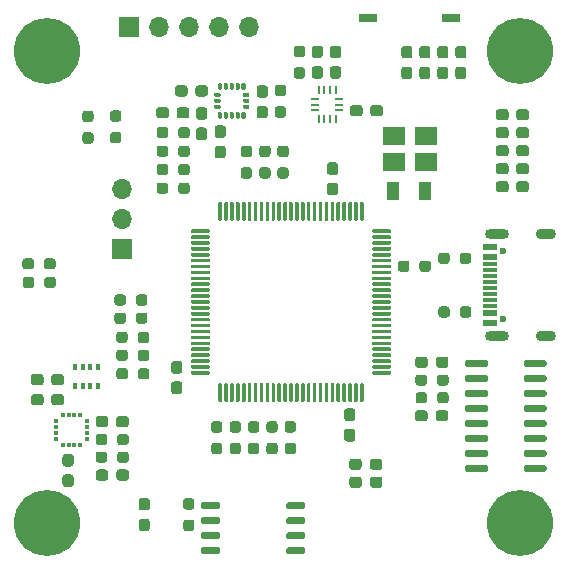
<source format=gbr>
%TF.GenerationSoftware,KiCad,Pcbnew,(5.1.8-0-10_14)*%
%TF.CreationDate,2021-03-06T23:06:48+08:00*%
%TF.ProjectId,upper_board,75707065-725f-4626-9f61-72642e6b6963,v0.1.3*%
%TF.SameCoordinates,Original*%
%TF.FileFunction,Soldermask,Top*%
%TF.FilePolarity,Negative*%
%FSLAX46Y46*%
G04 Gerber Fmt 4.6, Leading zero omitted, Abs format (unit mm)*
G04 Created by KiCad (PCBNEW (5.1.8-0-10_14)) date 2021-03-06 23:06:48*
%MOMM*%
%LPD*%
G01*
G04 APERTURE LIST*
%ADD10R,1.950000X1.650000*%
%ADD11R,1.000000X1.500000*%
%ADD12R,0.350000X0.500000*%
%ADD13R,0.300000X0.450000*%
%ADD14R,0.450000X0.300000*%
%ADD15R,0.250000X0.675000*%
%ADD16R,0.675000X0.250000*%
%ADD17R,1.500000X0.800000*%
%ADD18R,1.160000X0.600000*%
%ADD19C,0.600000*%
%ADD20R,1.160000X0.300000*%
%ADD21O,1.700000X0.900000*%
%ADD22O,2.000000X0.900000*%
%ADD23O,1.700000X1.700000*%
%ADD24R,1.700000X1.700000*%
%ADD25C,5.600000*%
G04 APERTURE END LIST*
D10*
%TO.C,Y2*%
X149361300Y-72166300D03*
X152111300Y-72166300D03*
X152111300Y-74366300D03*
X149361300Y-74366300D03*
%TD*%
D11*
%TO.C,Y1*%
X151975800Y-76822300D03*
X149275800Y-76822300D03*
%TD*%
D12*
%TO.C,U8*%
X124292000Y-91757600D03*
X123642000Y-93357600D03*
X122992000Y-93357600D03*
X122342000Y-93357600D03*
X123642000Y-91757600D03*
X122992000Y-91757600D03*
X122342000Y-91757600D03*
X124292000Y-93357600D03*
%TD*%
D13*
%TO.C,U7*%
X121809700Y-98379200D03*
X122309700Y-98379200D03*
X122809700Y-98379200D03*
X121309700Y-98379200D03*
D14*
X120784700Y-96354200D03*
X120784700Y-97354200D03*
X120784700Y-96854200D03*
X120784700Y-97854200D03*
D13*
X121309700Y-95829200D03*
X121809700Y-95829200D03*
X122309700Y-95829200D03*
X122809700Y-95829200D03*
D14*
X123334700Y-97354200D03*
X123334700Y-96854200D03*
X123334700Y-96354200D03*
X123334700Y-97854200D03*
%TD*%
D15*
%TO.C,U6*%
X142975900Y-68282700D03*
X143475900Y-68282700D03*
X143975900Y-68282700D03*
X144475900Y-68282700D03*
X144475900Y-70807700D03*
X143975900Y-70807700D03*
X143475900Y-70807700D03*
X142975900Y-70807700D03*
D16*
X144738400Y-69045200D03*
X144738400Y-69545200D03*
X144738400Y-70045200D03*
X142713400Y-69045200D03*
X142713400Y-70045200D03*
X142713400Y-69545200D03*
%TD*%
%TO.C,U5*%
G36*
G01*
X134585800Y-69902700D02*
X134210800Y-69902700D01*
G75*
G02*
X134123300Y-69815200I0J87500D01*
G01*
X134123300Y-69640200D01*
G75*
G02*
X134210800Y-69552700I87500J0D01*
G01*
X134585800Y-69552700D01*
G75*
G02*
X134673300Y-69640200I0J-87500D01*
G01*
X134673300Y-69815200D01*
G75*
G02*
X134585800Y-69902700I-87500J0D01*
G01*
G37*
G36*
G01*
X134585800Y-69402700D02*
X134210800Y-69402700D01*
G75*
G02*
X134123300Y-69315200I0J87500D01*
G01*
X134123300Y-69140200D01*
G75*
G02*
X134210800Y-69052700I87500J0D01*
G01*
X134585800Y-69052700D01*
G75*
G02*
X134673300Y-69140200I0J-87500D01*
G01*
X134673300Y-69315200D01*
G75*
G02*
X134585800Y-69402700I-87500J0D01*
G01*
G37*
G36*
G01*
X134585800Y-68902700D02*
X134210800Y-68902700D01*
G75*
G02*
X134123300Y-68815200I0J87500D01*
G01*
X134123300Y-68640200D01*
G75*
G02*
X134210800Y-68552700I87500J0D01*
G01*
X134585800Y-68552700D01*
G75*
G02*
X134673300Y-68640200I0J-87500D01*
G01*
X134673300Y-68815200D01*
G75*
G02*
X134585800Y-68902700I-87500J0D01*
G01*
G37*
G36*
G01*
X134710800Y-68277700D02*
X134535800Y-68277700D01*
G75*
G02*
X134448300Y-68190200I0J87500D01*
G01*
X134448300Y-67815200D01*
G75*
G02*
X134535800Y-67727700I87500J0D01*
G01*
X134710800Y-67727700D01*
G75*
G02*
X134798300Y-67815200I0J-87500D01*
G01*
X134798300Y-68190200D01*
G75*
G02*
X134710800Y-68277700I-87500J0D01*
G01*
G37*
G36*
G01*
X135210800Y-68277700D02*
X135035800Y-68277700D01*
G75*
G02*
X134948300Y-68190200I0J87500D01*
G01*
X134948300Y-67815200D01*
G75*
G02*
X135035800Y-67727700I87500J0D01*
G01*
X135210800Y-67727700D01*
G75*
G02*
X135298300Y-67815200I0J-87500D01*
G01*
X135298300Y-68190200D01*
G75*
G02*
X135210800Y-68277700I-87500J0D01*
G01*
G37*
G36*
G01*
X135710800Y-68277700D02*
X135535800Y-68277700D01*
G75*
G02*
X135448300Y-68190200I0J87500D01*
G01*
X135448300Y-67815200D01*
G75*
G02*
X135535800Y-67727700I87500J0D01*
G01*
X135710800Y-67727700D01*
G75*
G02*
X135798300Y-67815200I0J-87500D01*
G01*
X135798300Y-68190200D01*
G75*
G02*
X135710800Y-68277700I-87500J0D01*
G01*
G37*
G36*
G01*
X136210800Y-68277700D02*
X136035800Y-68277700D01*
G75*
G02*
X135948300Y-68190200I0J87500D01*
G01*
X135948300Y-67815200D01*
G75*
G02*
X136035800Y-67727700I87500J0D01*
G01*
X136210800Y-67727700D01*
G75*
G02*
X136298300Y-67815200I0J-87500D01*
G01*
X136298300Y-68190200D01*
G75*
G02*
X136210800Y-68277700I-87500J0D01*
G01*
G37*
G36*
G01*
X136710800Y-68277700D02*
X136535800Y-68277700D01*
G75*
G02*
X136448300Y-68190200I0J87500D01*
G01*
X136448300Y-67815200D01*
G75*
G02*
X136535800Y-67727700I87500J0D01*
G01*
X136710800Y-67727700D01*
G75*
G02*
X136798300Y-67815200I0J-87500D01*
G01*
X136798300Y-68190200D01*
G75*
G02*
X136710800Y-68277700I-87500J0D01*
G01*
G37*
G36*
G01*
X137035800Y-68902700D02*
X136660800Y-68902700D01*
G75*
G02*
X136573300Y-68815200I0J87500D01*
G01*
X136573300Y-68640200D01*
G75*
G02*
X136660800Y-68552700I87500J0D01*
G01*
X137035800Y-68552700D01*
G75*
G02*
X137123300Y-68640200I0J-87500D01*
G01*
X137123300Y-68815200D01*
G75*
G02*
X137035800Y-68902700I-87500J0D01*
G01*
G37*
G36*
G01*
X137035800Y-69402700D02*
X136660800Y-69402700D01*
G75*
G02*
X136573300Y-69315200I0J87500D01*
G01*
X136573300Y-69140200D01*
G75*
G02*
X136660800Y-69052700I87500J0D01*
G01*
X137035800Y-69052700D01*
G75*
G02*
X137123300Y-69140200I0J-87500D01*
G01*
X137123300Y-69315200D01*
G75*
G02*
X137035800Y-69402700I-87500J0D01*
G01*
G37*
G36*
G01*
X137035800Y-69902700D02*
X136660800Y-69902700D01*
G75*
G02*
X136573300Y-69815200I0J87500D01*
G01*
X136573300Y-69640200D01*
G75*
G02*
X136660800Y-69552700I87500J0D01*
G01*
X137035800Y-69552700D01*
G75*
G02*
X137123300Y-69640200I0J-87500D01*
G01*
X137123300Y-69815200D01*
G75*
G02*
X137035800Y-69902700I-87500J0D01*
G01*
G37*
G36*
G01*
X136710800Y-70727700D02*
X136535800Y-70727700D01*
G75*
G02*
X136448300Y-70640200I0J87500D01*
G01*
X136448300Y-70265200D01*
G75*
G02*
X136535800Y-70177700I87500J0D01*
G01*
X136710800Y-70177700D01*
G75*
G02*
X136798300Y-70265200I0J-87500D01*
G01*
X136798300Y-70640200D01*
G75*
G02*
X136710800Y-70727700I-87500J0D01*
G01*
G37*
G36*
G01*
X136210800Y-70727700D02*
X136035800Y-70727700D01*
G75*
G02*
X135948300Y-70640200I0J87500D01*
G01*
X135948300Y-70265200D01*
G75*
G02*
X136035800Y-70177700I87500J0D01*
G01*
X136210800Y-70177700D01*
G75*
G02*
X136298300Y-70265200I0J-87500D01*
G01*
X136298300Y-70640200D01*
G75*
G02*
X136210800Y-70727700I-87500J0D01*
G01*
G37*
G36*
G01*
X135710800Y-70727700D02*
X135535800Y-70727700D01*
G75*
G02*
X135448300Y-70640200I0J87500D01*
G01*
X135448300Y-70265200D01*
G75*
G02*
X135535800Y-70177700I87500J0D01*
G01*
X135710800Y-70177700D01*
G75*
G02*
X135798300Y-70265200I0J-87500D01*
G01*
X135798300Y-70640200D01*
G75*
G02*
X135710800Y-70727700I-87500J0D01*
G01*
G37*
G36*
G01*
X135210800Y-70727700D02*
X135035800Y-70727700D01*
G75*
G02*
X134948300Y-70640200I0J87500D01*
G01*
X134948300Y-70265200D01*
G75*
G02*
X135035800Y-70177700I87500J0D01*
G01*
X135210800Y-70177700D01*
G75*
G02*
X135298300Y-70265200I0J-87500D01*
G01*
X135298300Y-70640200D01*
G75*
G02*
X135210800Y-70727700I-87500J0D01*
G01*
G37*
G36*
G01*
X134710800Y-70727700D02*
X134535800Y-70727700D01*
G75*
G02*
X134448300Y-70640200I0J87500D01*
G01*
X134448300Y-70265200D01*
G75*
G02*
X134535800Y-70177700I87500J0D01*
G01*
X134710800Y-70177700D01*
G75*
G02*
X134798300Y-70265200I0J-87500D01*
G01*
X134798300Y-70640200D01*
G75*
G02*
X134710800Y-70727700I-87500J0D01*
G01*
G37*
%TD*%
%TO.C,U4*%
G36*
G01*
X140226700Y-103655000D02*
X140226700Y-103355000D01*
G75*
G02*
X140376700Y-103205000I150000J0D01*
G01*
X141676700Y-103205000D01*
G75*
G02*
X141826700Y-103355000I0J-150000D01*
G01*
X141826700Y-103655000D01*
G75*
G02*
X141676700Y-103805000I-150000J0D01*
G01*
X140376700Y-103805000D01*
G75*
G02*
X140226700Y-103655000I0J150000D01*
G01*
G37*
G36*
G01*
X140226700Y-104925000D02*
X140226700Y-104625000D01*
G75*
G02*
X140376700Y-104475000I150000J0D01*
G01*
X141676700Y-104475000D01*
G75*
G02*
X141826700Y-104625000I0J-150000D01*
G01*
X141826700Y-104925000D01*
G75*
G02*
X141676700Y-105075000I-150000J0D01*
G01*
X140376700Y-105075000D01*
G75*
G02*
X140226700Y-104925000I0J150000D01*
G01*
G37*
G36*
G01*
X140226700Y-106195000D02*
X140226700Y-105895000D01*
G75*
G02*
X140376700Y-105745000I150000J0D01*
G01*
X141676700Y-105745000D01*
G75*
G02*
X141826700Y-105895000I0J-150000D01*
G01*
X141826700Y-106195000D01*
G75*
G02*
X141676700Y-106345000I-150000J0D01*
G01*
X140376700Y-106345000D01*
G75*
G02*
X140226700Y-106195000I0J150000D01*
G01*
G37*
G36*
G01*
X140226700Y-107465000D02*
X140226700Y-107165000D01*
G75*
G02*
X140376700Y-107015000I150000J0D01*
G01*
X141676700Y-107015000D01*
G75*
G02*
X141826700Y-107165000I0J-150000D01*
G01*
X141826700Y-107465000D01*
G75*
G02*
X141676700Y-107615000I-150000J0D01*
G01*
X140376700Y-107615000D01*
G75*
G02*
X140226700Y-107465000I0J150000D01*
G01*
G37*
G36*
G01*
X133026700Y-107465000D02*
X133026700Y-107165000D01*
G75*
G02*
X133176700Y-107015000I150000J0D01*
G01*
X134476700Y-107015000D01*
G75*
G02*
X134626700Y-107165000I0J-150000D01*
G01*
X134626700Y-107465000D01*
G75*
G02*
X134476700Y-107615000I-150000J0D01*
G01*
X133176700Y-107615000D01*
G75*
G02*
X133026700Y-107465000I0J150000D01*
G01*
G37*
G36*
G01*
X133026700Y-106195000D02*
X133026700Y-105895000D01*
G75*
G02*
X133176700Y-105745000I150000J0D01*
G01*
X134476700Y-105745000D01*
G75*
G02*
X134626700Y-105895000I0J-150000D01*
G01*
X134626700Y-106195000D01*
G75*
G02*
X134476700Y-106345000I-150000J0D01*
G01*
X133176700Y-106345000D01*
G75*
G02*
X133026700Y-106195000I0J150000D01*
G01*
G37*
G36*
G01*
X133026700Y-104925000D02*
X133026700Y-104625000D01*
G75*
G02*
X133176700Y-104475000I150000J0D01*
G01*
X134476700Y-104475000D01*
G75*
G02*
X134626700Y-104625000I0J-150000D01*
G01*
X134626700Y-104925000D01*
G75*
G02*
X134476700Y-105075000I-150000J0D01*
G01*
X133176700Y-105075000D01*
G75*
G02*
X133026700Y-104925000I0J150000D01*
G01*
G37*
G36*
G01*
X133026700Y-103655000D02*
X133026700Y-103355000D01*
G75*
G02*
X133176700Y-103205000I150000J0D01*
G01*
X134476700Y-103205000D01*
G75*
G02*
X134626700Y-103355000I0J-150000D01*
G01*
X134626700Y-103655000D01*
G75*
G02*
X134476700Y-103805000I-150000J0D01*
G01*
X133176700Y-103805000D01*
G75*
G02*
X133026700Y-103655000I0J150000D01*
G01*
G37*
%TD*%
%TO.C,U2*%
G36*
G01*
X147589800Y-80108400D02*
X149039800Y-80108400D01*
G75*
G02*
X149114800Y-80183400I0J-75000D01*
G01*
X149114800Y-80333400D01*
G75*
G02*
X149039800Y-80408400I-75000J0D01*
G01*
X147589800Y-80408400D01*
G75*
G02*
X147514800Y-80333400I0J75000D01*
G01*
X147514800Y-80183400D01*
G75*
G02*
X147589800Y-80108400I75000J0D01*
G01*
G37*
G36*
G01*
X147589800Y-80608400D02*
X149039800Y-80608400D01*
G75*
G02*
X149114800Y-80683400I0J-75000D01*
G01*
X149114800Y-80833400D01*
G75*
G02*
X149039800Y-80908400I-75000J0D01*
G01*
X147589800Y-80908400D01*
G75*
G02*
X147514800Y-80833400I0J75000D01*
G01*
X147514800Y-80683400D01*
G75*
G02*
X147589800Y-80608400I75000J0D01*
G01*
G37*
G36*
G01*
X147589800Y-81108400D02*
X149039800Y-81108400D01*
G75*
G02*
X149114800Y-81183400I0J-75000D01*
G01*
X149114800Y-81333400D01*
G75*
G02*
X149039800Y-81408400I-75000J0D01*
G01*
X147589800Y-81408400D01*
G75*
G02*
X147514800Y-81333400I0J75000D01*
G01*
X147514800Y-81183400D01*
G75*
G02*
X147589800Y-81108400I75000J0D01*
G01*
G37*
G36*
G01*
X147589800Y-81608400D02*
X149039800Y-81608400D01*
G75*
G02*
X149114800Y-81683400I0J-75000D01*
G01*
X149114800Y-81833400D01*
G75*
G02*
X149039800Y-81908400I-75000J0D01*
G01*
X147589800Y-81908400D01*
G75*
G02*
X147514800Y-81833400I0J75000D01*
G01*
X147514800Y-81683400D01*
G75*
G02*
X147589800Y-81608400I75000J0D01*
G01*
G37*
G36*
G01*
X147589800Y-82108400D02*
X149039800Y-82108400D01*
G75*
G02*
X149114800Y-82183400I0J-75000D01*
G01*
X149114800Y-82333400D01*
G75*
G02*
X149039800Y-82408400I-75000J0D01*
G01*
X147589800Y-82408400D01*
G75*
G02*
X147514800Y-82333400I0J75000D01*
G01*
X147514800Y-82183400D01*
G75*
G02*
X147589800Y-82108400I75000J0D01*
G01*
G37*
G36*
G01*
X147589800Y-82608400D02*
X149039800Y-82608400D01*
G75*
G02*
X149114800Y-82683400I0J-75000D01*
G01*
X149114800Y-82833400D01*
G75*
G02*
X149039800Y-82908400I-75000J0D01*
G01*
X147589800Y-82908400D01*
G75*
G02*
X147514800Y-82833400I0J75000D01*
G01*
X147514800Y-82683400D01*
G75*
G02*
X147589800Y-82608400I75000J0D01*
G01*
G37*
G36*
G01*
X147589800Y-83108400D02*
X149039800Y-83108400D01*
G75*
G02*
X149114800Y-83183400I0J-75000D01*
G01*
X149114800Y-83333400D01*
G75*
G02*
X149039800Y-83408400I-75000J0D01*
G01*
X147589800Y-83408400D01*
G75*
G02*
X147514800Y-83333400I0J75000D01*
G01*
X147514800Y-83183400D01*
G75*
G02*
X147589800Y-83108400I75000J0D01*
G01*
G37*
G36*
G01*
X147589800Y-83608400D02*
X149039800Y-83608400D01*
G75*
G02*
X149114800Y-83683400I0J-75000D01*
G01*
X149114800Y-83833400D01*
G75*
G02*
X149039800Y-83908400I-75000J0D01*
G01*
X147589800Y-83908400D01*
G75*
G02*
X147514800Y-83833400I0J75000D01*
G01*
X147514800Y-83683400D01*
G75*
G02*
X147589800Y-83608400I75000J0D01*
G01*
G37*
G36*
G01*
X147589800Y-84108400D02*
X149039800Y-84108400D01*
G75*
G02*
X149114800Y-84183400I0J-75000D01*
G01*
X149114800Y-84333400D01*
G75*
G02*
X149039800Y-84408400I-75000J0D01*
G01*
X147589800Y-84408400D01*
G75*
G02*
X147514800Y-84333400I0J75000D01*
G01*
X147514800Y-84183400D01*
G75*
G02*
X147589800Y-84108400I75000J0D01*
G01*
G37*
G36*
G01*
X147589800Y-84608400D02*
X149039800Y-84608400D01*
G75*
G02*
X149114800Y-84683400I0J-75000D01*
G01*
X149114800Y-84833400D01*
G75*
G02*
X149039800Y-84908400I-75000J0D01*
G01*
X147589800Y-84908400D01*
G75*
G02*
X147514800Y-84833400I0J75000D01*
G01*
X147514800Y-84683400D01*
G75*
G02*
X147589800Y-84608400I75000J0D01*
G01*
G37*
G36*
G01*
X147589800Y-85108400D02*
X149039800Y-85108400D01*
G75*
G02*
X149114800Y-85183400I0J-75000D01*
G01*
X149114800Y-85333400D01*
G75*
G02*
X149039800Y-85408400I-75000J0D01*
G01*
X147589800Y-85408400D01*
G75*
G02*
X147514800Y-85333400I0J75000D01*
G01*
X147514800Y-85183400D01*
G75*
G02*
X147589800Y-85108400I75000J0D01*
G01*
G37*
G36*
G01*
X147589800Y-85608400D02*
X149039800Y-85608400D01*
G75*
G02*
X149114800Y-85683400I0J-75000D01*
G01*
X149114800Y-85833400D01*
G75*
G02*
X149039800Y-85908400I-75000J0D01*
G01*
X147589800Y-85908400D01*
G75*
G02*
X147514800Y-85833400I0J75000D01*
G01*
X147514800Y-85683400D01*
G75*
G02*
X147589800Y-85608400I75000J0D01*
G01*
G37*
G36*
G01*
X147589800Y-86108400D02*
X149039800Y-86108400D01*
G75*
G02*
X149114800Y-86183400I0J-75000D01*
G01*
X149114800Y-86333400D01*
G75*
G02*
X149039800Y-86408400I-75000J0D01*
G01*
X147589800Y-86408400D01*
G75*
G02*
X147514800Y-86333400I0J75000D01*
G01*
X147514800Y-86183400D01*
G75*
G02*
X147589800Y-86108400I75000J0D01*
G01*
G37*
G36*
G01*
X147589800Y-86608400D02*
X149039800Y-86608400D01*
G75*
G02*
X149114800Y-86683400I0J-75000D01*
G01*
X149114800Y-86833400D01*
G75*
G02*
X149039800Y-86908400I-75000J0D01*
G01*
X147589800Y-86908400D01*
G75*
G02*
X147514800Y-86833400I0J75000D01*
G01*
X147514800Y-86683400D01*
G75*
G02*
X147589800Y-86608400I75000J0D01*
G01*
G37*
G36*
G01*
X147589800Y-87108400D02*
X149039800Y-87108400D01*
G75*
G02*
X149114800Y-87183400I0J-75000D01*
G01*
X149114800Y-87333400D01*
G75*
G02*
X149039800Y-87408400I-75000J0D01*
G01*
X147589800Y-87408400D01*
G75*
G02*
X147514800Y-87333400I0J75000D01*
G01*
X147514800Y-87183400D01*
G75*
G02*
X147589800Y-87108400I75000J0D01*
G01*
G37*
G36*
G01*
X147589800Y-87608400D02*
X149039800Y-87608400D01*
G75*
G02*
X149114800Y-87683400I0J-75000D01*
G01*
X149114800Y-87833400D01*
G75*
G02*
X149039800Y-87908400I-75000J0D01*
G01*
X147589800Y-87908400D01*
G75*
G02*
X147514800Y-87833400I0J75000D01*
G01*
X147514800Y-87683400D01*
G75*
G02*
X147589800Y-87608400I75000J0D01*
G01*
G37*
G36*
G01*
X147589800Y-88108400D02*
X149039800Y-88108400D01*
G75*
G02*
X149114800Y-88183400I0J-75000D01*
G01*
X149114800Y-88333400D01*
G75*
G02*
X149039800Y-88408400I-75000J0D01*
G01*
X147589800Y-88408400D01*
G75*
G02*
X147514800Y-88333400I0J75000D01*
G01*
X147514800Y-88183400D01*
G75*
G02*
X147589800Y-88108400I75000J0D01*
G01*
G37*
G36*
G01*
X147589800Y-88608400D02*
X149039800Y-88608400D01*
G75*
G02*
X149114800Y-88683400I0J-75000D01*
G01*
X149114800Y-88833400D01*
G75*
G02*
X149039800Y-88908400I-75000J0D01*
G01*
X147589800Y-88908400D01*
G75*
G02*
X147514800Y-88833400I0J75000D01*
G01*
X147514800Y-88683400D01*
G75*
G02*
X147589800Y-88608400I75000J0D01*
G01*
G37*
G36*
G01*
X147589800Y-89108400D02*
X149039800Y-89108400D01*
G75*
G02*
X149114800Y-89183400I0J-75000D01*
G01*
X149114800Y-89333400D01*
G75*
G02*
X149039800Y-89408400I-75000J0D01*
G01*
X147589800Y-89408400D01*
G75*
G02*
X147514800Y-89333400I0J75000D01*
G01*
X147514800Y-89183400D01*
G75*
G02*
X147589800Y-89108400I75000J0D01*
G01*
G37*
G36*
G01*
X147589800Y-89608400D02*
X149039800Y-89608400D01*
G75*
G02*
X149114800Y-89683400I0J-75000D01*
G01*
X149114800Y-89833400D01*
G75*
G02*
X149039800Y-89908400I-75000J0D01*
G01*
X147589800Y-89908400D01*
G75*
G02*
X147514800Y-89833400I0J75000D01*
G01*
X147514800Y-89683400D01*
G75*
G02*
X147589800Y-89608400I75000J0D01*
G01*
G37*
G36*
G01*
X147589800Y-90108400D02*
X149039800Y-90108400D01*
G75*
G02*
X149114800Y-90183400I0J-75000D01*
G01*
X149114800Y-90333400D01*
G75*
G02*
X149039800Y-90408400I-75000J0D01*
G01*
X147589800Y-90408400D01*
G75*
G02*
X147514800Y-90333400I0J75000D01*
G01*
X147514800Y-90183400D01*
G75*
G02*
X147589800Y-90108400I75000J0D01*
G01*
G37*
G36*
G01*
X147589800Y-90608400D02*
X149039800Y-90608400D01*
G75*
G02*
X149114800Y-90683400I0J-75000D01*
G01*
X149114800Y-90833400D01*
G75*
G02*
X149039800Y-90908400I-75000J0D01*
G01*
X147589800Y-90908400D01*
G75*
G02*
X147514800Y-90833400I0J75000D01*
G01*
X147514800Y-90683400D01*
G75*
G02*
X147589800Y-90608400I75000J0D01*
G01*
G37*
G36*
G01*
X147589800Y-91108400D02*
X149039800Y-91108400D01*
G75*
G02*
X149114800Y-91183400I0J-75000D01*
G01*
X149114800Y-91333400D01*
G75*
G02*
X149039800Y-91408400I-75000J0D01*
G01*
X147589800Y-91408400D01*
G75*
G02*
X147514800Y-91333400I0J75000D01*
G01*
X147514800Y-91183400D01*
G75*
G02*
X147589800Y-91108400I75000J0D01*
G01*
G37*
G36*
G01*
X147589800Y-91608400D02*
X149039800Y-91608400D01*
G75*
G02*
X149114800Y-91683400I0J-75000D01*
G01*
X149114800Y-91833400D01*
G75*
G02*
X149039800Y-91908400I-75000J0D01*
G01*
X147589800Y-91908400D01*
G75*
G02*
X147514800Y-91833400I0J75000D01*
G01*
X147514800Y-91683400D01*
G75*
G02*
X147589800Y-91608400I75000J0D01*
G01*
G37*
G36*
G01*
X147589800Y-92108400D02*
X149039800Y-92108400D01*
G75*
G02*
X149114800Y-92183400I0J-75000D01*
G01*
X149114800Y-92333400D01*
G75*
G02*
X149039800Y-92408400I-75000J0D01*
G01*
X147589800Y-92408400D01*
G75*
G02*
X147514800Y-92333400I0J75000D01*
G01*
X147514800Y-92183400D01*
G75*
G02*
X147589800Y-92108400I75000J0D01*
G01*
G37*
G36*
G01*
X146564800Y-93133400D02*
X146714800Y-93133400D01*
G75*
G02*
X146789800Y-93208400I0J-75000D01*
G01*
X146789800Y-94658400D01*
G75*
G02*
X146714800Y-94733400I-75000J0D01*
G01*
X146564800Y-94733400D01*
G75*
G02*
X146489800Y-94658400I0J75000D01*
G01*
X146489800Y-93208400D01*
G75*
G02*
X146564800Y-93133400I75000J0D01*
G01*
G37*
G36*
G01*
X146064800Y-93133400D02*
X146214800Y-93133400D01*
G75*
G02*
X146289800Y-93208400I0J-75000D01*
G01*
X146289800Y-94658400D01*
G75*
G02*
X146214800Y-94733400I-75000J0D01*
G01*
X146064800Y-94733400D01*
G75*
G02*
X145989800Y-94658400I0J75000D01*
G01*
X145989800Y-93208400D01*
G75*
G02*
X146064800Y-93133400I75000J0D01*
G01*
G37*
G36*
G01*
X145564800Y-93133400D02*
X145714800Y-93133400D01*
G75*
G02*
X145789800Y-93208400I0J-75000D01*
G01*
X145789800Y-94658400D01*
G75*
G02*
X145714800Y-94733400I-75000J0D01*
G01*
X145564800Y-94733400D01*
G75*
G02*
X145489800Y-94658400I0J75000D01*
G01*
X145489800Y-93208400D01*
G75*
G02*
X145564800Y-93133400I75000J0D01*
G01*
G37*
G36*
G01*
X145064800Y-93133400D02*
X145214800Y-93133400D01*
G75*
G02*
X145289800Y-93208400I0J-75000D01*
G01*
X145289800Y-94658400D01*
G75*
G02*
X145214800Y-94733400I-75000J0D01*
G01*
X145064800Y-94733400D01*
G75*
G02*
X144989800Y-94658400I0J75000D01*
G01*
X144989800Y-93208400D01*
G75*
G02*
X145064800Y-93133400I75000J0D01*
G01*
G37*
G36*
G01*
X144564800Y-93133400D02*
X144714800Y-93133400D01*
G75*
G02*
X144789800Y-93208400I0J-75000D01*
G01*
X144789800Y-94658400D01*
G75*
G02*
X144714800Y-94733400I-75000J0D01*
G01*
X144564800Y-94733400D01*
G75*
G02*
X144489800Y-94658400I0J75000D01*
G01*
X144489800Y-93208400D01*
G75*
G02*
X144564800Y-93133400I75000J0D01*
G01*
G37*
G36*
G01*
X144064800Y-93133400D02*
X144214800Y-93133400D01*
G75*
G02*
X144289800Y-93208400I0J-75000D01*
G01*
X144289800Y-94658400D01*
G75*
G02*
X144214800Y-94733400I-75000J0D01*
G01*
X144064800Y-94733400D01*
G75*
G02*
X143989800Y-94658400I0J75000D01*
G01*
X143989800Y-93208400D01*
G75*
G02*
X144064800Y-93133400I75000J0D01*
G01*
G37*
G36*
G01*
X143564800Y-93133400D02*
X143714800Y-93133400D01*
G75*
G02*
X143789800Y-93208400I0J-75000D01*
G01*
X143789800Y-94658400D01*
G75*
G02*
X143714800Y-94733400I-75000J0D01*
G01*
X143564800Y-94733400D01*
G75*
G02*
X143489800Y-94658400I0J75000D01*
G01*
X143489800Y-93208400D01*
G75*
G02*
X143564800Y-93133400I75000J0D01*
G01*
G37*
G36*
G01*
X143064800Y-93133400D02*
X143214800Y-93133400D01*
G75*
G02*
X143289800Y-93208400I0J-75000D01*
G01*
X143289800Y-94658400D01*
G75*
G02*
X143214800Y-94733400I-75000J0D01*
G01*
X143064800Y-94733400D01*
G75*
G02*
X142989800Y-94658400I0J75000D01*
G01*
X142989800Y-93208400D01*
G75*
G02*
X143064800Y-93133400I75000J0D01*
G01*
G37*
G36*
G01*
X142564800Y-93133400D02*
X142714800Y-93133400D01*
G75*
G02*
X142789800Y-93208400I0J-75000D01*
G01*
X142789800Y-94658400D01*
G75*
G02*
X142714800Y-94733400I-75000J0D01*
G01*
X142564800Y-94733400D01*
G75*
G02*
X142489800Y-94658400I0J75000D01*
G01*
X142489800Y-93208400D01*
G75*
G02*
X142564800Y-93133400I75000J0D01*
G01*
G37*
G36*
G01*
X142064800Y-93133400D02*
X142214800Y-93133400D01*
G75*
G02*
X142289800Y-93208400I0J-75000D01*
G01*
X142289800Y-94658400D01*
G75*
G02*
X142214800Y-94733400I-75000J0D01*
G01*
X142064800Y-94733400D01*
G75*
G02*
X141989800Y-94658400I0J75000D01*
G01*
X141989800Y-93208400D01*
G75*
G02*
X142064800Y-93133400I75000J0D01*
G01*
G37*
G36*
G01*
X141564800Y-93133400D02*
X141714800Y-93133400D01*
G75*
G02*
X141789800Y-93208400I0J-75000D01*
G01*
X141789800Y-94658400D01*
G75*
G02*
X141714800Y-94733400I-75000J0D01*
G01*
X141564800Y-94733400D01*
G75*
G02*
X141489800Y-94658400I0J75000D01*
G01*
X141489800Y-93208400D01*
G75*
G02*
X141564800Y-93133400I75000J0D01*
G01*
G37*
G36*
G01*
X141064800Y-93133400D02*
X141214800Y-93133400D01*
G75*
G02*
X141289800Y-93208400I0J-75000D01*
G01*
X141289800Y-94658400D01*
G75*
G02*
X141214800Y-94733400I-75000J0D01*
G01*
X141064800Y-94733400D01*
G75*
G02*
X140989800Y-94658400I0J75000D01*
G01*
X140989800Y-93208400D01*
G75*
G02*
X141064800Y-93133400I75000J0D01*
G01*
G37*
G36*
G01*
X140564800Y-93133400D02*
X140714800Y-93133400D01*
G75*
G02*
X140789800Y-93208400I0J-75000D01*
G01*
X140789800Y-94658400D01*
G75*
G02*
X140714800Y-94733400I-75000J0D01*
G01*
X140564800Y-94733400D01*
G75*
G02*
X140489800Y-94658400I0J75000D01*
G01*
X140489800Y-93208400D01*
G75*
G02*
X140564800Y-93133400I75000J0D01*
G01*
G37*
G36*
G01*
X140064800Y-93133400D02*
X140214800Y-93133400D01*
G75*
G02*
X140289800Y-93208400I0J-75000D01*
G01*
X140289800Y-94658400D01*
G75*
G02*
X140214800Y-94733400I-75000J0D01*
G01*
X140064800Y-94733400D01*
G75*
G02*
X139989800Y-94658400I0J75000D01*
G01*
X139989800Y-93208400D01*
G75*
G02*
X140064800Y-93133400I75000J0D01*
G01*
G37*
G36*
G01*
X139564800Y-93133400D02*
X139714800Y-93133400D01*
G75*
G02*
X139789800Y-93208400I0J-75000D01*
G01*
X139789800Y-94658400D01*
G75*
G02*
X139714800Y-94733400I-75000J0D01*
G01*
X139564800Y-94733400D01*
G75*
G02*
X139489800Y-94658400I0J75000D01*
G01*
X139489800Y-93208400D01*
G75*
G02*
X139564800Y-93133400I75000J0D01*
G01*
G37*
G36*
G01*
X139064800Y-93133400D02*
X139214800Y-93133400D01*
G75*
G02*
X139289800Y-93208400I0J-75000D01*
G01*
X139289800Y-94658400D01*
G75*
G02*
X139214800Y-94733400I-75000J0D01*
G01*
X139064800Y-94733400D01*
G75*
G02*
X138989800Y-94658400I0J75000D01*
G01*
X138989800Y-93208400D01*
G75*
G02*
X139064800Y-93133400I75000J0D01*
G01*
G37*
G36*
G01*
X138564800Y-93133400D02*
X138714800Y-93133400D01*
G75*
G02*
X138789800Y-93208400I0J-75000D01*
G01*
X138789800Y-94658400D01*
G75*
G02*
X138714800Y-94733400I-75000J0D01*
G01*
X138564800Y-94733400D01*
G75*
G02*
X138489800Y-94658400I0J75000D01*
G01*
X138489800Y-93208400D01*
G75*
G02*
X138564800Y-93133400I75000J0D01*
G01*
G37*
G36*
G01*
X138064800Y-93133400D02*
X138214800Y-93133400D01*
G75*
G02*
X138289800Y-93208400I0J-75000D01*
G01*
X138289800Y-94658400D01*
G75*
G02*
X138214800Y-94733400I-75000J0D01*
G01*
X138064800Y-94733400D01*
G75*
G02*
X137989800Y-94658400I0J75000D01*
G01*
X137989800Y-93208400D01*
G75*
G02*
X138064800Y-93133400I75000J0D01*
G01*
G37*
G36*
G01*
X137564800Y-93133400D02*
X137714800Y-93133400D01*
G75*
G02*
X137789800Y-93208400I0J-75000D01*
G01*
X137789800Y-94658400D01*
G75*
G02*
X137714800Y-94733400I-75000J0D01*
G01*
X137564800Y-94733400D01*
G75*
G02*
X137489800Y-94658400I0J75000D01*
G01*
X137489800Y-93208400D01*
G75*
G02*
X137564800Y-93133400I75000J0D01*
G01*
G37*
G36*
G01*
X137064800Y-93133400D02*
X137214800Y-93133400D01*
G75*
G02*
X137289800Y-93208400I0J-75000D01*
G01*
X137289800Y-94658400D01*
G75*
G02*
X137214800Y-94733400I-75000J0D01*
G01*
X137064800Y-94733400D01*
G75*
G02*
X136989800Y-94658400I0J75000D01*
G01*
X136989800Y-93208400D01*
G75*
G02*
X137064800Y-93133400I75000J0D01*
G01*
G37*
G36*
G01*
X136564800Y-93133400D02*
X136714800Y-93133400D01*
G75*
G02*
X136789800Y-93208400I0J-75000D01*
G01*
X136789800Y-94658400D01*
G75*
G02*
X136714800Y-94733400I-75000J0D01*
G01*
X136564800Y-94733400D01*
G75*
G02*
X136489800Y-94658400I0J75000D01*
G01*
X136489800Y-93208400D01*
G75*
G02*
X136564800Y-93133400I75000J0D01*
G01*
G37*
G36*
G01*
X136064800Y-93133400D02*
X136214800Y-93133400D01*
G75*
G02*
X136289800Y-93208400I0J-75000D01*
G01*
X136289800Y-94658400D01*
G75*
G02*
X136214800Y-94733400I-75000J0D01*
G01*
X136064800Y-94733400D01*
G75*
G02*
X135989800Y-94658400I0J75000D01*
G01*
X135989800Y-93208400D01*
G75*
G02*
X136064800Y-93133400I75000J0D01*
G01*
G37*
G36*
G01*
X135564800Y-93133400D02*
X135714800Y-93133400D01*
G75*
G02*
X135789800Y-93208400I0J-75000D01*
G01*
X135789800Y-94658400D01*
G75*
G02*
X135714800Y-94733400I-75000J0D01*
G01*
X135564800Y-94733400D01*
G75*
G02*
X135489800Y-94658400I0J75000D01*
G01*
X135489800Y-93208400D01*
G75*
G02*
X135564800Y-93133400I75000J0D01*
G01*
G37*
G36*
G01*
X135064800Y-93133400D02*
X135214800Y-93133400D01*
G75*
G02*
X135289800Y-93208400I0J-75000D01*
G01*
X135289800Y-94658400D01*
G75*
G02*
X135214800Y-94733400I-75000J0D01*
G01*
X135064800Y-94733400D01*
G75*
G02*
X134989800Y-94658400I0J75000D01*
G01*
X134989800Y-93208400D01*
G75*
G02*
X135064800Y-93133400I75000J0D01*
G01*
G37*
G36*
G01*
X134564800Y-93133400D02*
X134714800Y-93133400D01*
G75*
G02*
X134789800Y-93208400I0J-75000D01*
G01*
X134789800Y-94658400D01*
G75*
G02*
X134714800Y-94733400I-75000J0D01*
G01*
X134564800Y-94733400D01*
G75*
G02*
X134489800Y-94658400I0J75000D01*
G01*
X134489800Y-93208400D01*
G75*
G02*
X134564800Y-93133400I75000J0D01*
G01*
G37*
G36*
G01*
X132239800Y-92108400D02*
X133689800Y-92108400D01*
G75*
G02*
X133764800Y-92183400I0J-75000D01*
G01*
X133764800Y-92333400D01*
G75*
G02*
X133689800Y-92408400I-75000J0D01*
G01*
X132239800Y-92408400D01*
G75*
G02*
X132164800Y-92333400I0J75000D01*
G01*
X132164800Y-92183400D01*
G75*
G02*
X132239800Y-92108400I75000J0D01*
G01*
G37*
G36*
G01*
X132239800Y-91608400D02*
X133689800Y-91608400D01*
G75*
G02*
X133764800Y-91683400I0J-75000D01*
G01*
X133764800Y-91833400D01*
G75*
G02*
X133689800Y-91908400I-75000J0D01*
G01*
X132239800Y-91908400D01*
G75*
G02*
X132164800Y-91833400I0J75000D01*
G01*
X132164800Y-91683400D01*
G75*
G02*
X132239800Y-91608400I75000J0D01*
G01*
G37*
G36*
G01*
X132239800Y-91108400D02*
X133689800Y-91108400D01*
G75*
G02*
X133764800Y-91183400I0J-75000D01*
G01*
X133764800Y-91333400D01*
G75*
G02*
X133689800Y-91408400I-75000J0D01*
G01*
X132239800Y-91408400D01*
G75*
G02*
X132164800Y-91333400I0J75000D01*
G01*
X132164800Y-91183400D01*
G75*
G02*
X132239800Y-91108400I75000J0D01*
G01*
G37*
G36*
G01*
X132239800Y-90608400D02*
X133689800Y-90608400D01*
G75*
G02*
X133764800Y-90683400I0J-75000D01*
G01*
X133764800Y-90833400D01*
G75*
G02*
X133689800Y-90908400I-75000J0D01*
G01*
X132239800Y-90908400D01*
G75*
G02*
X132164800Y-90833400I0J75000D01*
G01*
X132164800Y-90683400D01*
G75*
G02*
X132239800Y-90608400I75000J0D01*
G01*
G37*
G36*
G01*
X132239800Y-90108400D02*
X133689800Y-90108400D01*
G75*
G02*
X133764800Y-90183400I0J-75000D01*
G01*
X133764800Y-90333400D01*
G75*
G02*
X133689800Y-90408400I-75000J0D01*
G01*
X132239800Y-90408400D01*
G75*
G02*
X132164800Y-90333400I0J75000D01*
G01*
X132164800Y-90183400D01*
G75*
G02*
X132239800Y-90108400I75000J0D01*
G01*
G37*
G36*
G01*
X132239800Y-89608400D02*
X133689800Y-89608400D01*
G75*
G02*
X133764800Y-89683400I0J-75000D01*
G01*
X133764800Y-89833400D01*
G75*
G02*
X133689800Y-89908400I-75000J0D01*
G01*
X132239800Y-89908400D01*
G75*
G02*
X132164800Y-89833400I0J75000D01*
G01*
X132164800Y-89683400D01*
G75*
G02*
X132239800Y-89608400I75000J0D01*
G01*
G37*
G36*
G01*
X132239800Y-89108400D02*
X133689800Y-89108400D01*
G75*
G02*
X133764800Y-89183400I0J-75000D01*
G01*
X133764800Y-89333400D01*
G75*
G02*
X133689800Y-89408400I-75000J0D01*
G01*
X132239800Y-89408400D01*
G75*
G02*
X132164800Y-89333400I0J75000D01*
G01*
X132164800Y-89183400D01*
G75*
G02*
X132239800Y-89108400I75000J0D01*
G01*
G37*
G36*
G01*
X132239800Y-88608400D02*
X133689800Y-88608400D01*
G75*
G02*
X133764800Y-88683400I0J-75000D01*
G01*
X133764800Y-88833400D01*
G75*
G02*
X133689800Y-88908400I-75000J0D01*
G01*
X132239800Y-88908400D01*
G75*
G02*
X132164800Y-88833400I0J75000D01*
G01*
X132164800Y-88683400D01*
G75*
G02*
X132239800Y-88608400I75000J0D01*
G01*
G37*
G36*
G01*
X132239800Y-88108400D02*
X133689800Y-88108400D01*
G75*
G02*
X133764800Y-88183400I0J-75000D01*
G01*
X133764800Y-88333400D01*
G75*
G02*
X133689800Y-88408400I-75000J0D01*
G01*
X132239800Y-88408400D01*
G75*
G02*
X132164800Y-88333400I0J75000D01*
G01*
X132164800Y-88183400D01*
G75*
G02*
X132239800Y-88108400I75000J0D01*
G01*
G37*
G36*
G01*
X132239800Y-87608400D02*
X133689800Y-87608400D01*
G75*
G02*
X133764800Y-87683400I0J-75000D01*
G01*
X133764800Y-87833400D01*
G75*
G02*
X133689800Y-87908400I-75000J0D01*
G01*
X132239800Y-87908400D01*
G75*
G02*
X132164800Y-87833400I0J75000D01*
G01*
X132164800Y-87683400D01*
G75*
G02*
X132239800Y-87608400I75000J0D01*
G01*
G37*
G36*
G01*
X132239800Y-87108400D02*
X133689800Y-87108400D01*
G75*
G02*
X133764800Y-87183400I0J-75000D01*
G01*
X133764800Y-87333400D01*
G75*
G02*
X133689800Y-87408400I-75000J0D01*
G01*
X132239800Y-87408400D01*
G75*
G02*
X132164800Y-87333400I0J75000D01*
G01*
X132164800Y-87183400D01*
G75*
G02*
X132239800Y-87108400I75000J0D01*
G01*
G37*
G36*
G01*
X132239800Y-86608400D02*
X133689800Y-86608400D01*
G75*
G02*
X133764800Y-86683400I0J-75000D01*
G01*
X133764800Y-86833400D01*
G75*
G02*
X133689800Y-86908400I-75000J0D01*
G01*
X132239800Y-86908400D01*
G75*
G02*
X132164800Y-86833400I0J75000D01*
G01*
X132164800Y-86683400D01*
G75*
G02*
X132239800Y-86608400I75000J0D01*
G01*
G37*
G36*
G01*
X132239800Y-86108400D02*
X133689800Y-86108400D01*
G75*
G02*
X133764800Y-86183400I0J-75000D01*
G01*
X133764800Y-86333400D01*
G75*
G02*
X133689800Y-86408400I-75000J0D01*
G01*
X132239800Y-86408400D01*
G75*
G02*
X132164800Y-86333400I0J75000D01*
G01*
X132164800Y-86183400D01*
G75*
G02*
X132239800Y-86108400I75000J0D01*
G01*
G37*
G36*
G01*
X132239800Y-85608400D02*
X133689800Y-85608400D01*
G75*
G02*
X133764800Y-85683400I0J-75000D01*
G01*
X133764800Y-85833400D01*
G75*
G02*
X133689800Y-85908400I-75000J0D01*
G01*
X132239800Y-85908400D01*
G75*
G02*
X132164800Y-85833400I0J75000D01*
G01*
X132164800Y-85683400D01*
G75*
G02*
X132239800Y-85608400I75000J0D01*
G01*
G37*
G36*
G01*
X132239800Y-85108400D02*
X133689800Y-85108400D01*
G75*
G02*
X133764800Y-85183400I0J-75000D01*
G01*
X133764800Y-85333400D01*
G75*
G02*
X133689800Y-85408400I-75000J0D01*
G01*
X132239800Y-85408400D01*
G75*
G02*
X132164800Y-85333400I0J75000D01*
G01*
X132164800Y-85183400D01*
G75*
G02*
X132239800Y-85108400I75000J0D01*
G01*
G37*
G36*
G01*
X132239800Y-84608400D02*
X133689800Y-84608400D01*
G75*
G02*
X133764800Y-84683400I0J-75000D01*
G01*
X133764800Y-84833400D01*
G75*
G02*
X133689800Y-84908400I-75000J0D01*
G01*
X132239800Y-84908400D01*
G75*
G02*
X132164800Y-84833400I0J75000D01*
G01*
X132164800Y-84683400D01*
G75*
G02*
X132239800Y-84608400I75000J0D01*
G01*
G37*
G36*
G01*
X132239800Y-84108400D02*
X133689800Y-84108400D01*
G75*
G02*
X133764800Y-84183400I0J-75000D01*
G01*
X133764800Y-84333400D01*
G75*
G02*
X133689800Y-84408400I-75000J0D01*
G01*
X132239800Y-84408400D01*
G75*
G02*
X132164800Y-84333400I0J75000D01*
G01*
X132164800Y-84183400D01*
G75*
G02*
X132239800Y-84108400I75000J0D01*
G01*
G37*
G36*
G01*
X132239800Y-83608400D02*
X133689800Y-83608400D01*
G75*
G02*
X133764800Y-83683400I0J-75000D01*
G01*
X133764800Y-83833400D01*
G75*
G02*
X133689800Y-83908400I-75000J0D01*
G01*
X132239800Y-83908400D01*
G75*
G02*
X132164800Y-83833400I0J75000D01*
G01*
X132164800Y-83683400D01*
G75*
G02*
X132239800Y-83608400I75000J0D01*
G01*
G37*
G36*
G01*
X132239800Y-83108400D02*
X133689800Y-83108400D01*
G75*
G02*
X133764800Y-83183400I0J-75000D01*
G01*
X133764800Y-83333400D01*
G75*
G02*
X133689800Y-83408400I-75000J0D01*
G01*
X132239800Y-83408400D01*
G75*
G02*
X132164800Y-83333400I0J75000D01*
G01*
X132164800Y-83183400D01*
G75*
G02*
X132239800Y-83108400I75000J0D01*
G01*
G37*
G36*
G01*
X132239800Y-82608400D02*
X133689800Y-82608400D01*
G75*
G02*
X133764800Y-82683400I0J-75000D01*
G01*
X133764800Y-82833400D01*
G75*
G02*
X133689800Y-82908400I-75000J0D01*
G01*
X132239800Y-82908400D01*
G75*
G02*
X132164800Y-82833400I0J75000D01*
G01*
X132164800Y-82683400D01*
G75*
G02*
X132239800Y-82608400I75000J0D01*
G01*
G37*
G36*
G01*
X132239800Y-82108400D02*
X133689800Y-82108400D01*
G75*
G02*
X133764800Y-82183400I0J-75000D01*
G01*
X133764800Y-82333400D01*
G75*
G02*
X133689800Y-82408400I-75000J0D01*
G01*
X132239800Y-82408400D01*
G75*
G02*
X132164800Y-82333400I0J75000D01*
G01*
X132164800Y-82183400D01*
G75*
G02*
X132239800Y-82108400I75000J0D01*
G01*
G37*
G36*
G01*
X132239800Y-81608400D02*
X133689800Y-81608400D01*
G75*
G02*
X133764800Y-81683400I0J-75000D01*
G01*
X133764800Y-81833400D01*
G75*
G02*
X133689800Y-81908400I-75000J0D01*
G01*
X132239800Y-81908400D01*
G75*
G02*
X132164800Y-81833400I0J75000D01*
G01*
X132164800Y-81683400D01*
G75*
G02*
X132239800Y-81608400I75000J0D01*
G01*
G37*
G36*
G01*
X132239800Y-81108400D02*
X133689800Y-81108400D01*
G75*
G02*
X133764800Y-81183400I0J-75000D01*
G01*
X133764800Y-81333400D01*
G75*
G02*
X133689800Y-81408400I-75000J0D01*
G01*
X132239800Y-81408400D01*
G75*
G02*
X132164800Y-81333400I0J75000D01*
G01*
X132164800Y-81183400D01*
G75*
G02*
X132239800Y-81108400I75000J0D01*
G01*
G37*
G36*
G01*
X132239800Y-80608400D02*
X133689800Y-80608400D01*
G75*
G02*
X133764800Y-80683400I0J-75000D01*
G01*
X133764800Y-80833400D01*
G75*
G02*
X133689800Y-80908400I-75000J0D01*
G01*
X132239800Y-80908400D01*
G75*
G02*
X132164800Y-80833400I0J75000D01*
G01*
X132164800Y-80683400D01*
G75*
G02*
X132239800Y-80608400I75000J0D01*
G01*
G37*
G36*
G01*
X132239800Y-80108400D02*
X133689800Y-80108400D01*
G75*
G02*
X133764800Y-80183400I0J-75000D01*
G01*
X133764800Y-80333400D01*
G75*
G02*
X133689800Y-80408400I-75000J0D01*
G01*
X132239800Y-80408400D01*
G75*
G02*
X132164800Y-80333400I0J75000D01*
G01*
X132164800Y-80183400D01*
G75*
G02*
X132239800Y-80108400I75000J0D01*
G01*
G37*
G36*
G01*
X134564800Y-77783400D02*
X134714800Y-77783400D01*
G75*
G02*
X134789800Y-77858400I0J-75000D01*
G01*
X134789800Y-79308400D01*
G75*
G02*
X134714800Y-79383400I-75000J0D01*
G01*
X134564800Y-79383400D01*
G75*
G02*
X134489800Y-79308400I0J75000D01*
G01*
X134489800Y-77858400D01*
G75*
G02*
X134564800Y-77783400I75000J0D01*
G01*
G37*
G36*
G01*
X135064800Y-77783400D02*
X135214800Y-77783400D01*
G75*
G02*
X135289800Y-77858400I0J-75000D01*
G01*
X135289800Y-79308400D01*
G75*
G02*
X135214800Y-79383400I-75000J0D01*
G01*
X135064800Y-79383400D01*
G75*
G02*
X134989800Y-79308400I0J75000D01*
G01*
X134989800Y-77858400D01*
G75*
G02*
X135064800Y-77783400I75000J0D01*
G01*
G37*
G36*
G01*
X135564800Y-77783400D02*
X135714800Y-77783400D01*
G75*
G02*
X135789800Y-77858400I0J-75000D01*
G01*
X135789800Y-79308400D01*
G75*
G02*
X135714800Y-79383400I-75000J0D01*
G01*
X135564800Y-79383400D01*
G75*
G02*
X135489800Y-79308400I0J75000D01*
G01*
X135489800Y-77858400D01*
G75*
G02*
X135564800Y-77783400I75000J0D01*
G01*
G37*
G36*
G01*
X136064800Y-77783400D02*
X136214800Y-77783400D01*
G75*
G02*
X136289800Y-77858400I0J-75000D01*
G01*
X136289800Y-79308400D01*
G75*
G02*
X136214800Y-79383400I-75000J0D01*
G01*
X136064800Y-79383400D01*
G75*
G02*
X135989800Y-79308400I0J75000D01*
G01*
X135989800Y-77858400D01*
G75*
G02*
X136064800Y-77783400I75000J0D01*
G01*
G37*
G36*
G01*
X136564800Y-77783400D02*
X136714800Y-77783400D01*
G75*
G02*
X136789800Y-77858400I0J-75000D01*
G01*
X136789800Y-79308400D01*
G75*
G02*
X136714800Y-79383400I-75000J0D01*
G01*
X136564800Y-79383400D01*
G75*
G02*
X136489800Y-79308400I0J75000D01*
G01*
X136489800Y-77858400D01*
G75*
G02*
X136564800Y-77783400I75000J0D01*
G01*
G37*
G36*
G01*
X137064800Y-77783400D02*
X137214800Y-77783400D01*
G75*
G02*
X137289800Y-77858400I0J-75000D01*
G01*
X137289800Y-79308400D01*
G75*
G02*
X137214800Y-79383400I-75000J0D01*
G01*
X137064800Y-79383400D01*
G75*
G02*
X136989800Y-79308400I0J75000D01*
G01*
X136989800Y-77858400D01*
G75*
G02*
X137064800Y-77783400I75000J0D01*
G01*
G37*
G36*
G01*
X137564800Y-77783400D02*
X137714800Y-77783400D01*
G75*
G02*
X137789800Y-77858400I0J-75000D01*
G01*
X137789800Y-79308400D01*
G75*
G02*
X137714800Y-79383400I-75000J0D01*
G01*
X137564800Y-79383400D01*
G75*
G02*
X137489800Y-79308400I0J75000D01*
G01*
X137489800Y-77858400D01*
G75*
G02*
X137564800Y-77783400I75000J0D01*
G01*
G37*
G36*
G01*
X138064800Y-77783400D02*
X138214800Y-77783400D01*
G75*
G02*
X138289800Y-77858400I0J-75000D01*
G01*
X138289800Y-79308400D01*
G75*
G02*
X138214800Y-79383400I-75000J0D01*
G01*
X138064800Y-79383400D01*
G75*
G02*
X137989800Y-79308400I0J75000D01*
G01*
X137989800Y-77858400D01*
G75*
G02*
X138064800Y-77783400I75000J0D01*
G01*
G37*
G36*
G01*
X138564800Y-77783400D02*
X138714800Y-77783400D01*
G75*
G02*
X138789800Y-77858400I0J-75000D01*
G01*
X138789800Y-79308400D01*
G75*
G02*
X138714800Y-79383400I-75000J0D01*
G01*
X138564800Y-79383400D01*
G75*
G02*
X138489800Y-79308400I0J75000D01*
G01*
X138489800Y-77858400D01*
G75*
G02*
X138564800Y-77783400I75000J0D01*
G01*
G37*
G36*
G01*
X139064800Y-77783400D02*
X139214800Y-77783400D01*
G75*
G02*
X139289800Y-77858400I0J-75000D01*
G01*
X139289800Y-79308400D01*
G75*
G02*
X139214800Y-79383400I-75000J0D01*
G01*
X139064800Y-79383400D01*
G75*
G02*
X138989800Y-79308400I0J75000D01*
G01*
X138989800Y-77858400D01*
G75*
G02*
X139064800Y-77783400I75000J0D01*
G01*
G37*
G36*
G01*
X139564800Y-77783400D02*
X139714800Y-77783400D01*
G75*
G02*
X139789800Y-77858400I0J-75000D01*
G01*
X139789800Y-79308400D01*
G75*
G02*
X139714800Y-79383400I-75000J0D01*
G01*
X139564800Y-79383400D01*
G75*
G02*
X139489800Y-79308400I0J75000D01*
G01*
X139489800Y-77858400D01*
G75*
G02*
X139564800Y-77783400I75000J0D01*
G01*
G37*
G36*
G01*
X140064800Y-77783400D02*
X140214800Y-77783400D01*
G75*
G02*
X140289800Y-77858400I0J-75000D01*
G01*
X140289800Y-79308400D01*
G75*
G02*
X140214800Y-79383400I-75000J0D01*
G01*
X140064800Y-79383400D01*
G75*
G02*
X139989800Y-79308400I0J75000D01*
G01*
X139989800Y-77858400D01*
G75*
G02*
X140064800Y-77783400I75000J0D01*
G01*
G37*
G36*
G01*
X140564800Y-77783400D02*
X140714800Y-77783400D01*
G75*
G02*
X140789800Y-77858400I0J-75000D01*
G01*
X140789800Y-79308400D01*
G75*
G02*
X140714800Y-79383400I-75000J0D01*
G01*
X140564800Y-79383400D01*
G75*
G02*
X140489800Y-79308400I0J75000D01*
G01*
X140489800Y-77858400D01*
G75*
G02*
X140564800Y-77783400I75000J0D01*
G01*
G37*
G36*
G01*
X141064800Y-77783400D02*
X141214800Y-77783400D01*
G75*
G02*
X141289800Y-77858400I0J-75000D01*
G01*
X141289800Y-79308400D01*
G75*
G02*
X141214800Y-79383400I-75000J0D01*
G01*
X141064800Y-79383400D01*
G75*
G02*
X140989800Y-79308400I0J75000D01*
G01*
X140989800Y-77858400D01*
G75*
G02*
X141064800Y-77783400I75000J0D01*
G01*
G37*
G36*
G01*
X141564800Y-77783400D02*
X141714800Y-77783400D01*
G75*
G02*
X141789800Y-77858400I0J-75000D01*
G01*
X141789800Y-79308400D01*
G75*
G02*
X141714800Y-79383400I-75000J0D01*
G01*
X141564800Y-79383400D01*
G75*
G02*
X141489800Y-79308400I0J75000D01*
G01*
X141489800Y-77858400D01*
G75*
G02*
X141564800Y-77783400I75000J0D01*
G01*
G37*
G36*
G01*
X142064800Y-77783400D02*
X142214800Y-77783400D01*
G75*
G02*
X142289800Y-77858400I0J-75000D01*
G01*
X142289800Y-79308400D01*
G75*
G02*
X142214800Y-79383400I-75000J0D01*
G01*
X142064800Y-79383400D01*
G75*
G02*
X141989800Y-79308400I0J75000D01*
G01*
X141989800Y-77858400D01*
G75*
G02*
X142064800Y-77783400I75000J0D01*
G01*
G37*
G36*
G01*
X142564800Y-77783400D02*
X142714800Y-77783400D01*
G75*
G02*
X142789800Y-77858400I0J-75000D01*
G01*
X142789800Y-79308400D01*
G75*
G02*
X142714800Y-79383400I-75000J0D01*
G01*
X142564800Y-79383400D01*
G75*
G02*
X142489800Y-79308400I0J75000D01*
G01*
X142489800Y-77858400D01*
G75*
G02*
X142564800Y-77783400I75000J0D01*
G01*
G37*
G36*
G01*
X143064800Y-77783400D02*
X143214800Y-77783400D01*
G75*
G02*
X143289800Y-77858400I0J-75000D01*
G01*
X143289800Y-79308400D01*
G75*
G02*
X143214800Y-79383400I-75000J0D01*
G01*
X143064800Y-79383400D01*
G75*
G02*
X142989800Y-79308400I0J75000D01*
G01*
X142989800Y-77858400D01*
G75*
G02*
X143064800Y-77783400I75000J0D01*
G01*
G37*
G36*
G01*
X143564800Y-77783400D02*
X143714800Y-77783400D01*
G75*
G02*
X143789800Y-77858400I0J-75000D01*
G01*
X143789800Y-79308400D01*
G75*
G02*
X143714800Y-79383400I-75000J0D01*
G01*
X143564800Y-79383400D01*
G75*
G02*
X143489800Y-79308400I0J75000D01*
G01*
X143489800Y-77858400D01*
G75*
G02*
X143564800Y-77783400I75000J0D01*
G01*
G37*
G36*
G01*
X144064800Y-77783400D02*
X144214800Y-77783400D01*
G75*
G02*
X144289800Y-77858400I0J-75000D01*
G01*
X144289800Y-79308400D01*
G75*
G02*
X144214800Y-79383400I-75000J0D01*
G01*
X144064800Y-79383400D01*
G75*
G02*
X143989800Y-79308400I0J75000D01*
G01*
X143989800Y-77858400D01*
G75*
G02*
X144064800Y-77783400I75000J0D01*
G01*
G37*
G36*
G01*
X144564800Y-77783400D02*
X144714800Y-77783400D01*
G75*
G02*
X144789800Y-77858400I0J-75000D01*
G01*
X144789800Y-79308400D01*
G75*
G02*
X144714800Y-79383400I-75000J0D01*
G01*
X144564800Y-79383400D01*
G75*
G02*
X144489800Y-79308400I0J75000D01*
G01*
X144489800Y-77858400D01*
G75*
G02*
X144564800Y-77783400I75000J0D01*
G01*
G37*
G36*
G01*
X145064800Y-77783400D02*
X145214800Y-77783400D01*
G75*
G02*
X145289800Y-77858400I0J-75000D01*
G01*
X145289800Y-79308400D01*
G75*
G02*
X145214800Y-79383400I-75000J0D01*
G01*
X145064800Y-79383400D01*
G75*
G02*
X144989800Y-79308400I0J75000D01*
G01*
X144989800Y-77858400D01*
G75*
G02*
X145064800Y-77783400I75000J0D01*
G01*
G37*
G36*
G01*
X145564800Y-77783400D02*
X145714800Y-77783400D01*
G75*
G02*
X145789800Y-77858400I0J-75000D01*
G01*
X145789800Y-79308400D01*
G75*
G02*
X145714800Y-79383400I-75000J0D01*
G01*
X145564800Y-79383400D01*
G75*
G02*
X145489800Y-79308400I0J75000D01*
G01*
X145489800Y-77858400D01*
G75*
G02*
X145564800Y-77783400I75000J0D01*
G01*
G37*
G36*
G01*
X146064800Y-77783400D02*
X146214800Y-77783400D01*
G75*
G02*
X146289800Y-77858400I0J-75000D01*
G01*
X146289800Y-79308400D01*
G75*
G02*
X146214800Y-79383400I-75000J0D01*
G01*
X146064800Y-79383400D01*
G75*
G02*
X145989800Y-79308400I0J75000D01*
G01*
X145989800Y-77858400D01*
G75*
G02*
X146064800Y-77783400I75000J0D01*
G01*
G37*
G36*
G01*
X146564800Y-77783400D02*
X146714800Y-77783400D01*
G75*
G02*
X146789800Y-77858400I0J-75000D01*
G01*
X146789800Y-79308400D01*
G75*
G02*
X146714800Y-79383400I-75000J0D01*
G01*
X146564800Y-79383400D01*
G75*
G02*
X146489800Y-79308400I0J75000D01*
G01*
X146489800Y-77858400D01*
G75*
G02*
X146564800Y-77783400I75000J0D01*
G01*
G37*
%TD*%
%TO.C,U1*%
G36*
G01*
X160326200Y-91602700D02*
X160326200Y-91302700D01*
G75*
G02*
X160476200Y-91152700I150000J0D01*
G01*
X162126200Y-91152700D01*
G75*
G02*
X162276200Y-91302700I0J-150000D01*
G01*
X162276200Y-91602700D01*
G75*
G02*
X162126200Y-91752700I-150000J0D01*
G01*
X160476200Y-91752700D01*
G75*
G02*
X160326200Y-91602700I0J150000D01*
G01*
G37*
G36*
G01*
X160326200Y-92872700D02*
X160326200Y-92572700D01*
G75*
G02*
X160476200Y-92422700I150000J0D01*
G01*
X162126200Y-92422700D01*
G75*
G02*
X162276200Y-92572700I0J-150000D01*
G01*
X162276200Y-92872700D01*
G75*
G02*
X162126200Y-93022700I-150000J0D01*
G01*
X160476200Y-93022700D01*
G75*
G02*
X160326200Y-92872700I0J150000D01*
G01*
G37*
G36*
G01*
X160326200Y-94142700D02*
X160326200Y-93842700D01*
G75*
G02*
X160476200Y-93692700I150000J0D01*
G01*
X162126200Y-93692700D01*
G75*
G02*
X162276200Y-93842700I0J-150000D01*
G01*
X162276200Y-94142700D01*
G75*
G02*
X162126200Y-94292700I-150000J0D01*
G01*
X160476200Y-94292700D01*
G75*
G02*
X160326200Y-94142700I0J150000D01*
G01*
G37*
G36*
G01*
X160326200Y-95412700D02*
X160326200Y-95112700D01*
G75*
G02*
X160476200Y-94962700I150000J0D01*
G01*
X162126200Y-94962700D01*
G75*
G02*
X162276200Y-95112700I0J-150000D01*
G01*
X162276200Y-95412700D01*
G75*
G02*
X162126200Y-95562700I-150000J0D01*
G01*
X160476200Y-95562700D01*
G75*
G02*
X160326200Y-95412700I0J150000D01*
G01*
G37*
G36*
G01*
X160326200Y-96682700D02*
X160326200Y-96382700D01*
G75*
G02*
X160476200Y-96232700I150000J0D01*
G01*
X162126200Y-96232700D01*
G75*
G02*
X162276200Y-96382700I0J-150000D01*
G01*
X162276200Y-96682700D01*
G75*
G02*
X162126200Y-96832700I-150000J0D01*
G01*
X160476200Y-96832700D01*
G75*
G02*
X160326200Y-96682700I0J150000D01*
G01*
G37*
G36*
G01*
X160326200Y-97952700D02*
X160326200Y-97652700D01*
G75*
G02*
X160476200Y-97502700I150000J0D01*
G01*
X162126200Y-97502700D01*
G75*
G02*
X162276200Y-97652700I0J-150000D01*
G01*
X162276200Y-97952700D01*
G75*
G02*
X162126200Y-98102700I-150000J0D01*
G01*
X160476200Y-98102700D01*
G75*
G02*
X160326200Y-97952700I0J150000D01*
G01*
G37*
G36*
G01*
X160326200Y-99222700D02*
X160326200Y-98922700D01*
G75*
G02*
X160476200Y-98772700I150000J0D01*
G01*
X162126200Y-98772700D01*
G75*
G02*
X162276200Y-98922700I0J-150000D01*
G01*
X162276200Y-99222700D01*
G75*
G02*
X162126200Y-99372700I-150000J0D01*
G01*
X160476200Y-99372700D01*
G75*
G02*
X160326200Y-99222700I0J150000D01*
G01*
G37*
G36*
G01*
X160326200Y-100492700D02*
X160326200Y-100192700D01*
G75*
G02*
X160476200Y-100042700I150000J0D01*
G01*
X162126200Y-100042700D01*
G75*
G02*
X162276200Y-100192700I0J-150000D01*
G01*
X162276200Y-100492700D01*
G75*
G02*
X162126200Y-100642700I-150000J0D01*
G01*
X160476200Y-100642700D01*
G75*
G02*
X160326200Y-100492700I0J150000D01*
G01*
G37*
G36*
G01*
X155376200Y-100492700D02*
X155376200Y-100192700D01*
G75*
G02*
X155526200Y-100042700I150000J0D01*
G01*
X157176200Y-100042700D01*
G75*
G02*
X157326200Y-100192700I0J-150000D01*
G01*
X157326200Y-100492700D01*
G75*
G02*
X157176200Y-100642700I-150000J0D01*
G01*
X155526200Y-100642700D01*
G75*
G02*
X155376200Y-100492700I0J150000D01*
G01*
G37*
G36*
G01*
X155376200Y-99222700D02*
X155376200Y-98922700D01*
G75*
G02*
X155526200Y-98772700I150000J0D01*
G01*
X157176200Y-98772700D01*
G75*
G02*
X157326200Y-98922700I0J-150000D01*
G01*
X157326200Y-99222700D01*
G75*
G02*
X157176200Y-99372700I-150000J0D01*
G01*
X155526200Y-99372700D01*
G75*
G02*
X155376200Y-99222700I0J150000D01*
G01*
G37*
G36*
G01*
X155376200Y-97952700D02*
X155376200Y-97652700D01*
G75*
G02*
X155526200Y-97502700I150000J0D01*
G01*
X157176200Y-97502700D01*
G75*
G02*
X157326200Y-97652700I0J-150000D01*
G01*
X157326200Y-97952700D01*
G75*
G02*
X157176200Y-98102700I-150000J0D01*
G01*
X155526200Y-98102700D01*
G75*
G02*
X155376200Y-97952700I0J150000D01*
G01*
G37*
G36*
G01*
X155376200Y-96682700D02*
X155376200Y-96382700D01*
G75*
G02*
X155526200Y-96232700I150000J0D01*
G01*
X157176200Y-96232700D01*
G75*
G02*
X157326200Y-96382700I0J-150000D01*
G01*
X157326200Y-96682700D01*
G75*
G02*
X157176200Y-96832700I-150000J0D01*
G01*
X155526200Y-96832700D01*
G75*
G02*
X155376200Y-96682700I0J150000D01*
G01*
G37*
G36*
G01*
X155376200Y-95412700D02*
X155376200Y-95112700D01*
G75*
G02*
X155526200Y-94962700I150000J0D01*
G01*
X157176200Y-94962700D01*
G75*
G02*
X157326200Y-95112700I0J-150000D01*
G01*
X157326200Y-95412700D01*
G75*
G02*
X157176200Y-95562700I-150000J0D01*
G01*
X155526200Y-95562700D01*
G75*
G02*
X155376200Y-95412700I0J150000D01*
G01*
G37*
G36*
G01*
X155376200Y-94142700D02*
X155376200Y-93842700D01*
G75*
G02*
X155526200Y-93692700I150000J0D01*
G01*
X157176200Y-93692700D01*
G75*
G02*
X157326200Y-93842700I0J-150000D01*
G01*
X157326200Y-94142700D01*
G75*
G02*
X157176200Y-94292700I-150000J0D01*
G01*
X155526200Y-94292700D01*
G75*
G02*
X155376200Y-94142700I0J150000D01*
G01*
G37*
G36*
G01*
X155376200Y-92872700D02*
X155376200Y-92572700D01*
G75*
G02*
X155526200Y-92422700I150000J0D01*
G01*
X157176200Y-92422700D01*
G75*
G02*
X157326200Y-92572700I0J-150000D01*
G01*
X157326200Y-92872700D01*
G75*
G02*
X157176200Y-93022700I-150000J0D01*
G01*
X155526200Y-93022700D01*
G75*
G02*
X155376200Y-92872700I0J150000D01*
G01*
G37*
G36*
G01*
X155376200Y-91602700D02*
X155376200Y-91302700D01*
G75*
G02*
X155526200Y-91152700I150000J0D01*
G01*
X157176200Y-91152700D01*
G75*
G02*
X157326200Y-91302700I0J-150000D01*
G01*
X157326200Y-91602700D01*
G75*
G02*
X157176200Y-91752700I-150000J0D01*
G01*
X155526200Y-91752700D01*
G75*
G02*
X155376200Y-91602700I0J150000D01*
G01*
G37*
%TD*%
D17*
%TO.C,SW1*%
X154193000Y-62204600D03*
X147193000Y-62204600D03*
%TD*%
%TO.C,R71*%
G36*
G01*
X125926400Y-99640400D02*
X125926400Y-99165400D01*
G75*
G02*
X126163900Y-98927900I237500J0D01*
G01*
X126663900Y-98927900D01*
G75*
G02*
X126901400Y-99165400I0J-237500D01*
G01*
X126901400Y-99640400D01*
G75*
G02*
X126663900Y-99877900I-237500J0D01*
G01*
X126163900Y-99877900D01*
G75*
G02*
X125926400Y-99640400I0J237500D01*
G01*
G37*
G36*
G01*
X124101400Y-99640400D02*
X124101400Y-99165400D01*
G75*
G02*
X124338900Y-98927900I237500J0D01*
G01*
X124838900Y-98927900D01*
G75*
G02*
X125076400Y-99165400I0J-237500D01*
G01*
X125076400Y-99640400D01*
G75*
G02*
X124838900Y-99877900I-237500J0D01*
G01*
X124338900Y-99877900D01*
G75*
G02*
X124101400Y-99640400I0J237500D01*
G01*
G37*
%TD*%
%TO.C,R70*%
G36*
G01*
X125926400Y-98141800D02*
X125926400Y-97666800D01*
G75*
G02*
X126163900Y-97429300I237500J0D01*
G01*
X126663900Y-97429300D01*
G75*
G02*
X126901400Y-97666800I0J-237500D01*
G01*
X126901400Y-98141800D01*
G75*
G02*
X126663900Y-98379300I-237500J0D01*
G01*
X126163900Y-98379300D01*
G75*
G02*
X125926400Y-98141800I0J237500D01*
G01*
G37*
G36*
G01*
X124101400Y-98141800D02*
X124101400Y-97666800D01*
G75*
G02*
X124338900Y-97429300I237500J0D01*
G01*
X124838900Y-97429300D01*
G75*
G02*
X125076400Y-97666800I0J-237500D01*
G01*
X125076400Y-98141800D01*
G75*
G02*
X124838900Y-98379300I-237500J0D01*
G01*
X124338900Y-98379300D01*
G75*
G02*
X124101400Y-98141800I0J237500D01*
G01*
G37*
%TD*%
%TO.C,R66*%
G36*
G01*
X141588500Y-65538800D02*
X141113500Y-65538800D01*
G75*
G02*
X140876000Y-65301300I0J237500D01*
G01*
X140876000Y-64801300D01*
G75*
G02*
X141113500Y-64563800I237500J0D01*
G01*
X141588500Y-64563800D01*
G75*
G02*
X141826000Y-64801300I0J-237500D01*
G01*
X141826000Y-65301300D01*
G75*
G02*
X141588500Y-65538800I-237500J0D01*
G01*
G37*
G36*
G01*
X141588500Y-67363800D02*
X141113500Y-67363800D01*
G75*
G02*
X140876000Y-67126300I0J237500D01*
G01*
X140876000Y-66626300D01*
G75*
G02*
X141113500Y-66388800I237500J0D01*
G01*
X141588500Y-66388800D01*
G75*
G02*
X141826000Y-66626300I0J-237500D01*
G01*
X141826000Y-67126300D01*
G75*
G02*
X141588500Y-67363800I-237500J0D01*
G01*
G37*
%TD*%
%TO.C,R64*%
G36*
G01*
X139500600Y-69690800D02*
X139975600Y-69690800D01*
G75*
G02*
X140213100Y-69928300I0J-237500D01*
G01*
X140213100Y-70428300D01*
G75*
G02*
X139975600Y-70665800I-237500J0D01*
G01*
X139500600Y-70665800D01*
G75*
G02*
X139263100Y-70428300I0J237500D01*
G01*
X139263100Y-69928300D01*
G75*
G02*
X139500600Y-69690800I237500J0D01*
G01*
G37*
G36*
G01*
X139500600Y-67865800D02*
X139975600Y-67865800D01*
G75*
G02*
X140213100Y-68103300I0J-237500D01*
G01*
X140213100Y-68603300D01*
G75*
G02*
X139975600Y-68840800I-237500J0D01*
G01*
X139500600Y-68840800D01*
G75*
G02*
X139263100Y-68603300I0J237500D01*
G01*
X139263100Y-68103300D01*
G75*
G02*
X139500600Y-67865800I237500J0D01*
G01*
G37*
%TD*%
%TO.C,R59*%
G36*
G01*
X132228600Y-103842000D02*
X131753600Y-103842000D01*
G75*
G02*
X131516100Y-103604500I0J237500D01*
G01*
X131516100Y-103104500D01*
G75*
G02*
X131753600Y-102867000I237500J0D01*
G01*
X132228600Y-102867000D01*
G75*
G02*
X132466100Y-103104500I0J-237500D01*
G01*
X132466100Y-103604500D01*
G75*
G02*
X132228600Y-103842000I-237500J0D01*
G01*
G37*
G36*
G01*
X132228600Y-105667000D02*
X131753600Y-105667000D01*
G75*
G02*
X131516100Y-105429500I0J237500D01*
G01*
X131516100Y-104929500D01*
G75*
G02*
X131753600Y-104692000I237500J0D01*
G01*
X132228600Y-104692000D01*
G75*
G02*
X132466100Y-104929500I0J-237500D01*
G01*
X132466100Y-105429500D01*
G75*
G02*
X132228600Y-105667000I-237500J0D01*
G01*
G37*
%TD*%
%TO.C,R55*%
G36*
G01*
X134590800Y-97326900D02*
X134115800Y-97326900D01*
G75*
G02*
X133878300Y-97089400I0J237500D01*
G01*
X133878300Y-96589400D01*
G75*
G02*
X134115800Y-96351900I237500J0D01*
G01*
X134590800Y-96351900D01*
G75*
G02*
X134828300Y-96589400I0J-237500D01*
G01*
X134828300Y-97089400D01*
G75*
G02*
X134590800Y-97326900I-237500J0D01*
G01*
G37*
G36*
G01*
X134590800Y-99151900D02*
X134115800Y-99151900D01*
G75*
G02*
X133878300Y-98914400I0J237500D01*
G01*
X133878300Y-98414400D01*
G75*
G02*
X134115800Y-98176900I237500J0D01*
G01*
X134590800Y-98176900D01*
G75*
G02*
X134828300Y-98414400I0J-237500D01*
G01*
X134828300Y-98914400D01*
G75*
G02*
X134590800Y-99151900I-237500J0D01*
G01*
G37*
%TD*%
%TO.C,R54*%
G36*
G01*
X136152900Y-97326900D02*
X135677900Y-97326900D01*
G75*
G02*
X135440400Y-97089400I0J237500D01*
G01*
X135440400Y-96589400D01*
G75*
G02*
X135677900Y-96351900I237500J0D01*
G01*
X136152900Y-96351900D01*
G75*
G02*
X136390400Y-96589400I0J-237500D01*
G01*
X136390400Y-97089400D01*
G75*
G02*
X136152900Y-97326900I-237500J0D01*
G01*
G37*
G36*
G01*
X136152900Y-99151900D02*
X135677900Y-99151900D01*
G75*
G02*
X135440400Y-98914400I0J237500D01*
G01*
X135440400Y-98414400D01*
G75*
G02*
X135677900Y-98176900I237500J0D01*
G01*
X136152900Y-98176900D01*
G75*
G02*
X136390400Y-98414400I0J-237500D01*
G01*
X136390400Y-98914400D01*
G75*
G02*
X136152900Y-99151900I-237500J0D01*
G01*
G37*
%TD*%
%TO.C,R51*%
G36*
G01*
X137715000Y-97326900D02*
X137240000Y-97326900D01*
G75*
G02*
X137002500Y-97089400I0J237500D01*
G01*
X137002500Y-96589400D01*
G75*
G02*
X137240000Y-96351900I237500J0D01*
G01*
X137715000Y-96351900D01*
G75*
G02*
X137952500Y-96589400I0J-237500D01*
G01*
X137952500Y-97089400D01*
G75*
G02*
X137715000Y-97326900I-237500J0D01*
G01*
G37*
G36*
G01*
X137715000Y-99151900D02*
X137240000Y-99151900D01*
G75*
G02*
X137002500Y-98914400I0J237500D01*
G01*
X137002500Y-98414400D01*
G75*
G02*
X137240000Y-98176900I237500J0D01*
G01*
X137715000Y-98176900D01*
G75*
G02*
X137952500Y-98414400I0J-237500D01*
G01*
X137952500Y-98914400D01*
G75*
G02*
X137715000Y-99151900I-237500J0D01*
G01*
G37*
%TD*%
%TO.C,R50*%
G36*
G01*
X139277100Y-97326900D02*
X138802100Y-97326900D01*
G75*
G02*
X138564600Y-97089400I0J237500D01*
G01*
X138564600Y-96589400D01*
G75*
G02*
X138802100Y-96351900I237500J0D01*
G01*
X139277100Y-96351900D01*
G75*
G02*
X139514600Y-96589400I0J-237500D01*
G01*
X139514600Y-97089400D01*
G75*
G02*
X139277100Y-97326900I-237500J0D01*
G01*
G37*
G36*
G01*
X139277100Y-99151900D02*
X138802100Y-99151900D01*
G75*
G02*
X138564600Y-98914400I0J237500D01*
G01*
X138564600Y-98414400D01*
G75*
G02*
X138802100Y-98176900I237500J0D01*
G01*
X139277100Y-98176900D01*
G75*
G02*
X139514600Y-98414400I0J-237500D01*
G01*
X139514600Y-98914400D01*
G75*
G02*
X139277100Y-99151900I-237500J0D01*
G01*
G37*
%TD*%
%TO.C,R42*%
G36*
G01*
X152165500Y-94136200D02*
X152165500Y-94611200D01*
G75*
G02*
X151928000Y-94848700I-237500J0D01*
G01*
X151428000Y-94848700D01*
G75*
G02*
X151190500Y-94611200I0J237500D01*
G01*
X151190500Y-94136200D01*
G75*
G02*
X151428000Y-93898700I237500J0D01*
G01*
X151928000Y-93898700D01*
G75*
G02*
X152165500Y-94136200I0J-237500D01*
G01*
G37*
G36*
G01*
X153990500Y-94136200D02*
X153990500Y-94611200D01*
G75*
G02*
X153753000Y-94848700I-237500J0D01*
G01*
X153253000Y-94848700D01*
G75*
G02*
X153015500Y-94611200I0J237500D01*
G01*
X153015500Y-94136200D01*
G75*
G02*
X153253000Y-93898700I237500J0D01*
G01*
X153753000Y-93898700D01*
G75*
G02*
X153990500Y-94136200I0J-237500D01*
G01*
G37*
%TD*%
%TO.C,R41*%
G36*
G01*
X127679000Y-92579200D02*
X127679000Y-92104200D01*
G75*
G02*
X127916500Y-91866700I237500J0D01*
G01*
X128416500Y-91866700D01*
G75*
G02*
X128654000Y-92104200I0J-237500D01*
G01*
X128654000Y-92579200D01*
G75*
G02*
X128416500Y-92816700I-237500J0D01*
G01*
X127916500Y-92816700D01*
G75*
G02*
X127679000Y-92579200I0J237500D01*
G01*
G37*
G36*
G01*
X125854000Y-92579200D02*
X125854000Y-92104200D01*
G75*
G02*
X126091500Y-91866700I237500J0D01*
G01*
X126591500Y-91866700D01*
G75*
G02*
X126829000Y-92104200I0J-237500D01*
G01*
X126829000Y-92579200D01*
G75*
G02*
X126591500Y-92816700I-237500J0D01*
G01*
X126091500Y-92816700D01*
G75*
G02*
X125854000Y-92579200I0J237500D01*
G01*
G37*
%TD*%
%TO.C,R40*%
G36*
G01*
X152154700Y-92637600D02*
X152154700Y-93112600D01*
G75*
G02*
X151917200Y-93350100I-237500J0D01*
G01*
X151417200Y-93350100D01*
G75*
G02*
X151179700Y-93112600I0J237500D01*
G01*
X151179700Y-92637600D01*
G75*
G02*
X151417200Y-92400100I237500J0D01*
G01*
X151917200Y-92400100D01*
G75*
G02*
X152154700Y-92637600I0J-237500D01*
G01*
G37*
G36*
G01*
X153979700Y-92637600D02*
X153979700Y-93112600D01*
G75*
G02*
X153742200Y-93350100I-237500J0D01*
G01*
X153242200Y-93350100D01*
G75*
G02*
X153004700Y-93112600I0J237500D01*
G01*
X153004700Y-92637600D01*
G75*
G02*
X153242200Y-92400100I237500J0D01*
G01*
X153742200Y-92400100D01*
G75*
G02*
X153979700Y-92637600I0J-237500D01*
G01*
G37*
%TD*%
%TO.C,R39*%
G36*
G01*
X127677100Y-91017100D02*
X127677100Y-90542100D01*
G75*
G02*
X127914600Y-90304600I237500J0D01*
G01*
X128414600Y-90304600D01*
G75*
G02*
X128652100Y-90542100I0J-237500D01*
G01*
X128652100Y-91017100D01*
G75*
G02*
X128414600Y-91254600I-237500J0D01*
G01*
X127914600Y-91254600D01*
G75*
G02*
X127677100Y-91017100I0J237500D01*
G01*
G37*
G36*
G01*
X125852100Y-91017100D02*
X125852100Y-90542100D01*
G75*
G02*
X126089600Y-90304600I237500J0D01*
G01*
X126589600Y-90304600D01*
G75*
G02*
X126827100Y-90542100I0J-237500D01*
G01*
X126827100Y-91017100D01*
G75*
G02*
X126589600Y-91254600I-237500J0D01*
G01*
X126089600Y-91254600D01*
G75*
G02*
X125852100Y-91017100I0J237500D01*
G01*
G37*
%TD*%
%TO.C,R38*%
G36*
G01*
X127655500Y-89493100D02*
X127655500Y-89018100D01*
G75*
G02*
X127893000Y-88780600I237500J0D01*
G01*
X128393000Y-88780600D01*
G75*
G02*
X128630500Y-89018100I0J-237500D01*
G01*
X128630500Y-89493100D01*
G75*
G02*
X128393000Y-89730600I-237500J0D01*
G01*
X127893000Y-89730600D01*
G75*
G02*
X127655500Y-89493100I0J237500D01*
G01*
G37*
G36*
G01*
X125830500Y-89493100D02*
X125830500Y-89018100D01*
G75*
G02*
X126068000Y-88780600I237500J0D01*
G01*
X126568000Y-88780600D01*
G75*
G02*
X126805500Y-89018100I0J-237500D01*
G01*
X126805500Y-89493100D01*
G75*
G02*
X126568000Y-89730600I-237500J0D01*
G01*
X126068000Y-89730600D01*
G75*
G02*
X125830500Y-89493100I0J237500D01*
G01*
G37*
%TD*%
%TO.C,R37*%
G36*
G01*
X127513900Y-87867500D02*
X127513900Y-87392500D01*
G75*
G02*
X127751400Y-87155000I237500J0D01*
G01*
X128251400Y-87155000D01*
G75*
G02*
X128488900Y-87392500I0J-237500D01*
G01*
X128488900Y-87867500D01*
G75*
G02*
X128251400Y-88105000I-237500J0D01*
G01*
X127751400Y-88105000D01*
G75*
G02*
X127513900Y-87867500I0J237500D01*
G01*
G37*
G36*
G01*
X125688900Y-87867500D02*
X125688900Y-87392500D01*
G75*
G02*
X125926400Y-87155000I237500J0D01*
G01*
X126426400Y-87155000D01*
G75*
G02*
X126663900Y-87392500I0J-237500D01*
G01*
X126663900Y-87867500D01*
G75*
G02*
X126426400Y-88105000I-237500J0D01*
G01*
X125926400Y-88105000D01*
G75*
G02*
X125688900Y-87867500I0J237500D01*
G01*
G37*
%TD*%
%TO.C,R36*%
G36*
G01*
X127513900Y-86330800D02*
X127513900Y-85855800D01*
G75*
G02*
X127751400Y-85618300I237500J0D01*
G01*
X128251400Y-85618300D01*
G75*
G02*
X128488900Y-85855800I0J-237500D01*
G01*
X128488900Y-86330800D01*
G75*
G02*
X128251400Y-86568300I-237500J0D01*
G01*
X127751400Y-86568300D01*
G75*
G02*
X127513900Y-86330800I0J237500D01*
G01*
G37*
G36*
G01*
X125688900Y-86330800D02*
X125688900Y-85855800D01*
G75*
G02*
X125926400Y-85618300I237500J0D01*
G01*
X126426400Y-85618300D01*
G75*
G02*
X126663900Y-85855800I0J-237500D01*
G01*
X126663900Y-86330800D01*
G75*
G02*
X126426400Y-86568300I-237500J0D01*
G01*
X125926400Y-86568300D01*
G75*
G02*
X125688900Y-86330800I0J237500D01*
G01*
G37*
%TD*%
%TO.C,R24*%
G36*
G01*
X125556000Y-71862500D02*
X126031000Y-71862500D01*
G75*
G02*
X126268500Y-72100000I0J-237500D01*
G01*
X126268500Y-72600000D01*
G75*
G02*
X126031000Y-72837500I-237500J0D01*
G01*
X125556000Y-72837500D01*
G75*
G02*
X125318500Y-72600000I0J237500D01*
G01*
X125318500Y-72100000D01*
G75*
G02*
X125556000Y-71862500I237500J0D01*
G01*
G37*
G36*
G01*
X125556000Y-70037500D02*
X126031000Y-70037500D01*
G75*
G02*
X126268500Y-70275000I0J-237500D01*
G01*
X126268500Y-70775000D01*
G75*
G02*
X126031000Y-71012500I-237500J0D01*
G01*
X125556000Y-71012500D01*
G75*
G02*
X125318500Y-70775000I0J237500D01*
G01*
X125318500Y-70275000D01*
G75*
G02*
X125556000Y-70037500I237500J0D01*
G01*
G37*
%TD*%
%TO.C,R20*%
G36*
G01*
X150666900Y-82998300D02*
X150666900Y-83473300D01*
G75*
G02*
X150429400Y-83710800I-237500J0D01*
G01*
X149929400Y-83710800D01*
G75*
G02*
X149691900Y-83473300I0J237500D01*
G01*
X149691900Y-82998300D01*
G75*
G02*
X149929400Y-82760800I237500J0D01*
G01*
X150429400Y-82760800D01*
G75*
G02*
X150666900Y-82998300I0J-237500D01*
G01*
G37*
G36*
G01*
X152491900Y-82998300D02*
X152491900Y-83473300D01*
G75*
G02*
X152254400Y-83710800I-237500J0D01*
G01*
X151754400Y-83710800D01*
G75*
G02*
X151516900Y-83473300I0J237500D01*
G01*
X151516900Y-82998300D01*
G75*
G02*
X151754400Y-82760800I237500J0D01*
G01*
X152254400Y-82760800D01*
G75*
G02*
X152491900Y-82998300I0J-237500D01*
G01*
G37*
%TD*%
%TO.C,R19*%
G36*
G01*
X119754200Y-84844900D02*
X119754200Y-84369900D01*
G75*
G02*
X119991700Y-84132400I237500J0D01*
G01*
X120491700Y-84132400D01*
G75*
G02*
X120729200Y-84369900I0J-237500D01*
G01*
X120729200Y-84844900D01*
G75*
G02*
X120491700Y-85082400I-237500J0D01*
G01*
X119991700Y-85082400D01*
G75*
G02*
X119754200Y-84844900I0J237500D01*
G01*
G37*
G36*
G01*
X117929200Y-84844900D02*
X117929200Y-84369900D01*
G75*
G02*
X118166700Y-84132400I237500J0D01*
G01*
X118666700Y-84132400D01*
G75*
G02*
X118904200Y-84369900I0J-237500D01*
G01*
X118904200Y-84844900D01*
G75*
G02*
X118666700Y-85082400I-237500J0D01*
G01*
X118166700Y-85082400D01*
G75*
G02*
X117929200Y-84844900I0J237500D01*
G01*
G37*
%TD*%
%TO.C,R17*%
G36*
G01*
X123206500Y-71887900D02*
X123681500Y-71887900D01*
G75*
G02*
X123919000Y-72125400I0J-237500D01*
G01*
X123919000Y-72625400D01*
G75*
G02*
X123681500Y-72862900I-237500J0D01*
G01*
X123206500Y-72862900D01*
G75*
G02*
X122969000Y-72625400I0J237500D01*
G01*
X122969000Y-72125400D01*
G75*
G02*
X123206500Y-71887900I237500J0D01*
G01*
G37*
G36*
G01*
X123206500Y-70062900D02*
X123681500Y-70062900D01*
G75*
G02*
X123919000Y-70300400I0J-237500D01*
G01*
X123919000Y-70800400D01*
G75*
G02*
X123681500Y-71037900I-237500J0D01*
G01*
X123206500Y-71037900D01*
G75*
G02*
X122969000Y-70800400I0J237500D01*
G01*
X122969000Y-70300400D01*
G75*
G02*
X123206500Y-70062900I237500J0D01*
G01*
G37*
%TD*%
%TO.C,R16*%
G36*
G01*
X119726900Y-83270100D02*
X119726900Y-82795100D01*
G75*
G02*
X119964400Y-82557600I237500J0D01*
G01*
X120464400Y-82557600D01*
G75*
G02*
X120701900Y-82795100I0J-237500D01*
G01*
X120701900Y-83270100D01*
G75*
G02*
X120464400Y-83507600I-237500J0D01*
G01*
X119964400Y-83507600D01*
G75*
G02*
X119726900Y-83270100I0J237500D01*
G01*
G37*
G36*
G01*
X117901900Y-83270100D02*
X117901900Y-82795100D01*
G75*
G02*
X118139400Y-82557600I237500J0D01*
G01*
X118639400Y-82557600D01*
G75*
G02*
X118876900Y-82795100I0J-237500D01*
G01*
X118876900Y-83270100D01*
G75*
G02*
X118639400Y-83507600I-237500J0D01*
G01*
X118139400Y-83507600D01*
G75*
G02*
X117901900Y-83270100I0J237500D01*
G01*
G37*
%TD*%
%TO.C,R15*%
G36*
G01*
X129270300Y-76856600D02*
X129270300Y-76381600D01*
G75*
G02*
X129507800Y-76144100I237500J0D01*
G01*
X130007800Y-76144100D01*
G75*
G02*
X130245300Y-76381600I0J-237500D01*
G01*
X130245300Y-76856600D01*
G75*
G02*
X130007800Y-77094100I-237500J0D01*
G01*
X129507800Y-77094100D01*
G75*
G02*
X129270300Y-76856600I0J237500D01*
G01*
G37*
G36*
G01*
X131095300Y-76856600D02*
X131095300Y-76381600D01*
G75*
G02*
X131332800Y-76144100I237500J0D01*
G01*
X131832800Y-76144100D01*
G75*
G02*
X132070300Y-76381600I0J-237500D01*
G01*
X132070300Y-76856600D01*
G75*
G02*
X131832800Y-77094100I-237500J0D01*
G01*
X131332800Y-77094100D01*
G75*
G02*
X131095300Y-76856600I0J237500D01*
G01*
G37*
%TD*%
%TO.C,R14*%
G36*
G01*
X129270300Y-75290267D02*
X129270300Y-74815267D01*
G75*
G02*
X129507800Y-74577767I237500J0D01*
G01*
X130007800Y-74577767D01*
G75*
G02*
X130245300Y-74815267I0J-237500D01*
G01*
X130245300Y-75290267D01*
G75*
G02*
X130007800Y-75527767I-237500J0D01*
G01*
X129507800Y-75527767D01*
G75*
G02*
X129270300Y-75290267I0J237500D01*
G01*
G37*
G36*
G01*
X131095300Y-75290267D02*
X131095300Y-74815267D01*
G75*
G02*
X131332800Y-74577767I237500J0D01*
G01*
X131832800Y-74577767D01*
G75*
G02*
X132070300Y-74815267I0J-237500D01*
G01*
X132070300Y-75290267D01*
G75*
G02*
X131832800Y-75527767I-237500J0D01*
G01*
X131332800Y-75527767D01*
G75*
G02*
X131095300Y-75290267I0J237500D01*
G01*
G37*
%TD*%
%TO.C,R13*%
G36*
G01*
X129270300Y-73723934D02*
X129270300Y-73248934D01*
G75*
G02*
X129507800Y-73011434I237500J0D01*
G01*
X130007800Y-73011434D01*
G75*
G02*
X130245300Y-73248934I0J-237500D01*
G01*
X130245300Y-73723934D01*
G75*
G02*
X130007800Y-73961434I-237500J0D01*
G01*
X129507800Y-73961434D01*
G75*
G02*
X129270300Y-73723934I0J237500D01*
G01*
G37*
G36*
G01*
X131095300Y-73723934D02*
X131095300Y-73248934D01*
G75*
G02*
X131332800Y-73011434I237500J0D01*
G01*
X131832800Y-73011434D01*
G75*
G02*
X132070300Y-73248934I0J-237500D01*
G01*
X132070300Y-73723934D01*
G75*
G02*
X131832800Y-73961434I-237500J0D01*
G01*
X131332800Y-73961434D01*
G75*
G02*
X131095300Y-73723934I0J237500D01*
G01*
G37*
%TD*%
%TO.C,R12*%
G36*
G01*
X129270300Y-72157600D02*
X129270300Y-71682600D01*
G75*
G02*
X129507800Y-71445100I237500J0D01*
G01*
X130007800Y-71445100D01*
G75*
G02*
X130245300Y-71682600I0J-237500D01*
G01*
X130245300Y-72157600D01*
G75*
G02*
X130007800Y-72395100I-237500J0D01*
G01*
X129507800Y-72395100D01*
G75*
G02*
X129270300Y-72157600I0J237500D01*
G01*
G37*
G36*
G01*
X131095300Y-72157600D02*
X131095300Y-71682600D01*
G75*
G02*
X131332800Y-71445100I237500J0D01*
G01*
X131832800Y-71445100D01*
G75*
G02*
X132070300Y-71682600I0J-237500D01*
G01*
X132070300Y-72157600D01*
G75*
G02*
X131832800Y-72395100I-237500J0D01*
G01*
X131332800Y-72395100D01*
G75*
G02*
X131095300Y-72157600I0J237500D01*
G01*
G37*
%TD*%
%TO.C,R10*%
G36*
G01*
X136630400Y-74847000D02*
X137105400Y-74847000D01*
G75*
G02*
X137342900Y-75084500I0J-237500D01*
G01*
X137342900Y-75584500D01*
G75*
G02*
X137105400Y-75822000I-237500J0D01*
G01*
X136630400Y-75822000D01*
G75*
G02*
X136392900Y-75584500I0J237500D01*
G01*
X136392900Y-75084500D01*
G75*
G02*
X136630400Y-74847000I237500J0D01*
G01*
G37*
G36*
G01*
X136630400Y-73022000D02*
X137105400Y-73022000D01*
G75*
G02*
X137342900Y-73259500I0J-237500D01*
G01*
X137342900Y-73759500D01*
G75*
G02*
X137105400Y-73997000I-237500J0D01*
G01*
X136630400Y-73997000D01*
G75*
G02*
X136392900Y-73759500I0J237500D01*
G01*
X136392900Y-73259500D01*
G75*
G02*
X136630400Y-73022000I237500J0D01*
G01*
G37*
%TD*%
%TO.C,R9*%
G36*
G01*
X138192500Y-74847000D02*
X138667500Y-74847000D01*
G75*
G02*
X138905000Y-75084500I0J-237500D01*
G01*
X138905000Y-75584500D01*
G75*
G02*
X138667500Y-75822000I-237500J0D01*
G01*
X138192500Y-75822000D01*
G75*
G02*
X137955000Y-75584500I0J237500D01*
G01*
X137955000Y-75084500D01*
G75*
G02*
X138192500Y-74847000I237500J0D01*
G01*
G37*
G36*
G01*
X138192500Y-73022000D02*
X138667500Y-73022000D01*
G75*
G02*
X138905000Y-73259500I0J-237500D01*
G01*
X138905000Y-73759500D01*
G75*
G02*
X138667500Y-73997000I-237500J0D01*
G01*
X138192500Y-73997000D01*
G75*
G02*
X137955000Y-73759500I0J237500D01*
G01*
X137955000Y-73259500D01*
G75*
G02*
X138192500Y-73022000I237500J0D01*
G01*
G37*
%TD*%
%TO.C,R8*%
G36*
G01*
X140826500Y-97314200D02*
X140351500Y-97314200D01*
G75*
G02*
X140114000Y-97076700I0J237500D01*
G01*
X140114000Y-96576700D01*
G75*
G02*
X140351500Y-96339200I237500J0D01*
G01*
X140826500Y-96339200D01*
G75*
G02*
X141064000Y-96576700I0J-237500D01*
G01*
X141064000Y-97076700D01*
G75*
G02*
X140826500Y-97314200I-237500J0D01*
G01*
G37*
G36*
G01*
X140826500Y-99139200D02*
X140351500Y-99139200D01*
G75*
G02*
X140114000Y-98901700I0J237500D01*
G01*
X140114000Y-98401700D01*
G75*
G02*
X140351500Y-98164200I237500J0D01*
G01*
X140826500Y-98164200D01*
G75*
G02*
X141064000Y-98401700I0J-237500D01*
G01*
X141064000Y-98901700D01*
G75*
G02*
X140826500Y-99139200I-237500J0D01*
G01*
G37*
%TD*%
%TO.C,R3*%
G36*
G01*
X139729200Y-74848900D02*
X140204200Y-74848900D01*
G75*
G02*
X140441700Y-75086400I0J-237500D01*
G01*
X140441700Y-75586400D01*
G75*
G02*
X140204200Y-75823900I-237500J0D01*
G01*
X139729200Y-75823900D01*
G75*
G02*
X139491700Y-75586400I0J237500D01*
G01*
X139491700Y-75086400D01*
G75*
G02*
X139729200Y-74848900I237500J0D01*
G01*
G37*
G36*
G01*
X139729200Y-73023900D02*
X140204200Y-73023900D01*
G75*
G02*
X140441700Y-73261400I0J-237500D01*
G01*
X140441700Y-73761400D01*
G75*
G02*
X140204200Y-73998900I-237500J0D01*
G01*
X139729200Y-73998900D01*
G75*
G02*
X139491700Y-73761400I0J237500D01*
G01*
X139491700Y-73261400D01*
G75*
G02*
X139729200Y-73023900I237500J0D01*
G01*
G37*
%TD*%
%TO.C,R2*%
G36*
G01*
X154072400Y-82325200D02*
X154072400Y-82800200D01*
G75*
G02*
X153834900Y-83037700I-237500J0D01*
G01*
X153334900Y-83037700D01*
G75*
G02*
X153097400Y-82800200I0J237500D01*
G01*
X153097400Y-82325200D01*
G75*
G02*
X153334900Y-82087700I237500J0D01*
G01*
X153834900Y-82087700D01*
G75*
G02*
X154072400Y-82325200I0J-237500D01*
G01*
G37*
G36*
G01*
X155897400Y-82325200D02*
X155897400Y-82800200D01*
G75*
G02*
X155659900Y-83037700I-237500J0D01*
G01*
X155159900Y-83037700D01*
G75*
G02*
X154922400Y-82800200I0J237500D01*
G01*
X154922400Y-82325200D01*
G75*
G02*
X155159900Y-82087700I237500J0D01*
G01*
X155659900Y-82087700D01*
G75*
G02*
X155897400Y-82325200I0J-237500D01*
G01*
G37*
%TD*%
%TO.C,R1*%
G36*
G01*
X154085100Y-86871800D02*
X154085100Y-87346800D01*
G75*
G02*
X153847600Y-87584300I-237500J0D01*
G01*
X153347600Y-87584300D01*
G75*
G02*
X153110100Y-87346800I0J237500D01*
G01*
X153110100Y-86871800D01*
G75*
G02*
X153347600Y-86634300I237500J0D01*
G01*
X153847600Y-86634300D01*
G75*
G02*
X154085100Y-86871800I0J-237500D01*
G01*
G37*
G36*
G01*
X155910100Y-86871800D02*
X155910100Y-87346800D01*
G75*
G02*
X155672600Y-87584300I-237500J0D01*
G01*
X155172600Y-87584300D01*
G75*
G02*
X154935100Y-87346800I0J237500D01*
G01*
X154935100Y-86871800D01*
G75*
G02*
X155172600Y-86634300I237500J0D01*
G01*
X155672600Y-86634300D01*
G75*
G02*
X155910100Y-86871800I0J-237500D01*
G01*
G37*
%TD*%
D18*
%TO.C,J1*%
X157510000Y-81610600D03*
X157510000Y-82410600D03*
X157510000Y-81610600D03*
X157510000Y-82410600D03*
X157510000Y-88010600D03*
X157510000Y-88010600D03*
X157510000Y-87210600D03*
X157510000Y-87210600D03*
D19*
X158570000Y-87700600D03*
X158570000Y-81920600D03*
D20*
X157510000Y-83060600D03*
X157510000Y-84060600D03*
X157510000Y-83560600D03*
X157510000Y-86060600D03*
X157510000Y-86560600D03*
X157510000Y-84560600D03*
X157510000Y-85060600D03*
X157510000Y-85560600D03*
D21*
X162260000Y-80490600D03*
X162260000Y-89130600D03*
D22*
X158090000Y-80490600D03*
X158090000Y-89130600D03*
%TD*%
%TO.C,D12*%
G36*
G01*
X125864100Y-101151700D02*
X125864100Y-100676700D01*
G75*
G02*
X126101600Y-100439200I237500J0D01*
G01*
X126676600Y-100439200D01*
G75*
G02*
X126914100Y-100676700I0J-237500D01*
G01*
X126914100Y-101151700D01*
G75*
G02*
X126676600Y-101389200I-237500J0D01*
G01*
X126101600Y-101389200D01*
G75*
G02*
X125864100Y-101151700I0J237500D01*
G01*
G37*
G36*
G01*
X124114100Y-101151700D02*
X124114100Y-100676700D01*
G75*
G02*
X124351600Y-100439200I237500J0D01*
G01*
X124926600Y-100439200D01*
G75*
G02*
X125164100Y-100676700I0J-237500D01*
G01*
X125164100Y-101151700D01*
G75*
G02*
X124926600Y-101389200I-237500J0D01*
G01*
X124351600Y-101389200D01*
G75*
G02*
X124114100Y-101151700I0J237500D01*
G01*
G37*
%TD*%
%TO.C,D11*%
G36*
G01*
X143112500Y-65601100D02*
X142637500Y-65601100D01*
G75*
G02*
X142400000Y-65363600I0J237500D01*
G01*
X142400000Y-64788600D01*
G75*
G02*
X142637500Y-64551100I237500J0D01*
G01*
X143112500Y-64551100D01*
G75*
G02*
X143350000Y-64788600I0J-237500D01*
G01*
X143350000Y-65363600D01*
G75*
G02*
X143112500Y-65601100I-237500J0D01*
G01*
G37*
G36*
G01*
X143112500Y-67351100D02*
X142637500Y-67351100D01*
G75*
G02*
X142400000Y-67113600I0J237500D01*
G01*
X142400000Y-66538600D01*
G75*
G02*
X142637500Y-66301100I237500J0D01*
G01*
X143112500Y-66301100D01*
G75*
G02*
X143350000Y-66538600I0J-237500D01*
G01*
X143350000Y-67113600D01*
G75*
G02*
X143112500Y-67351100I-237500J0D01*
G01*
G37*
%TD*%
%TO.C,D10*%
G36*
G01*
X137963900Y-69666600D02*
X138438900Y-69666600D01*
G75*
G02*
X138676400Y-69904100I0J-237500D01*
G01*
X138676400Y-70479100D01*
G75*
G02*
X138438900Y-70716600I-237500J0D01*
G01*
X137963900Y-70716600D01*
G75*
G02*
X137726400Y-70479100I0J237500D01*
G01*
X137726400Y-69904100D01*
G75*
G02*
X137963900Y-69666600I237500J0D01*
G01*
G37*
G36*
G01*
X137963900Y-67916600D02*
X138438900Y-67916600D01*
G75*
G02*
X138676400Y-68154100I0J-237500D01*
G01*
X138676400Y-68729100D01*
G75*
G02*
X138438900Y-68966600I-237500J0D01*
G01*
X137963900Y-68966600D01*
G75*
G02*
X137726400Y-68729100I0J237500D01*
G01*
X137726400Y-68154100D01*
G75*
G02*
X137963900Y-67916600I237500J0D01*
G01*
G37*
%TD*%
%TO.C,D9*%
G36*
G01*
X128453100Y-103908100D02*
X127978100Y-103908100D01*
G75*
G02*
X127740600Y-103670600I0J237500D01*
G01*
X127740600Y-103095600D01*
G75*
G02*
X127978100Y-102858100I237500J0D01*
G01*
X128453100Y-102858100D01*
G75*
G02*
X128690600Y-103095600I0J-237500D01*
G01*
X128690600Y-103670600D01*
G75*
G02*
X128453100Y-103908100I-237500J0D01*
G01*
G37*
G36*
G01*
X128453100Y-105658100D02*
X127978100Y-105658100D01*
G75*
G02*
X127740600Y-105420600I0J237500D01*
G01*
X127740600Y-104845600D01*
G75*
G02*
X127978100Y-104608100I237500J0D01*
G01*
X128453100Y-104608100D01*
G75*
G02*
X128690600Y-104845600I0J-237500D01*
G01*
X128690600Y-105420600D01*
G75*
G02*
X128453100Y-105658100I-237500J0D01*
G01*
G37*
%TD*%
%TO.C,D8*%
G36*
G01*
X147319000Y-100240900D02*
X147319000Y-99765900D01*
G75*
G02*
X147556500Y-99528400I237500J0D01*
G01*
X148131500Y-99528400D01*
G75*
G02*
X148369000Y-99765900I0J-237500D01*
G01*
X148369000Y-100240900D01*
G75*
G02*
X148131500Y-100478400I-237500J0D01*
G01*
X147556500Y-100478400D01*
G75*
G02*
X147319000Y-100240900I0J237500D01*
G01*
G37*
G36*
G01*
X145569000Y-100240900D02*
X145569000Y-99765900D01*
G75*
G02*
X145806500Y-99528400I237500J0D01*
G01*
X146381500Y-99528400D01*
G75*
G02*
X146619000Y-99765900I0J-237500D01*
G01*
X146619000Y-100240900D01*
G75*
G02*
X146381500Y-100478400I-237500J0D01*
G01*
X145806500Y-100478400D01*
G75*
G02*
X145569000Y-100240900I0J237500D01*
G01*
G37*
%TD*%
%TO.C,D7*%
G36*
G01*
X147331700Y-101764900D02*
X147331700Y-101289900D01*
G75*
G02*
X147569200Y-101052400I237500J0D01*
G01*
X148144200Y-101052400D01*
G75*
G02*
X148381700Y-101289900I0J-237500D01*
G01*
X148381700Y-101764900D01*
G75*
G02*
X148144200Y-102002400I-237500J0D01*
G01*
X147569200Y-102002400D01*
G75*
G02*
X147331700Y-101764900I0J237500D01*
G01*
G37*
G36*
G01*
X145581700Y-101764900D02*
X145581700Y-101289900D01*
G75*
G02*
X145819200Y-101052400I237500J0D01*
G01*
X146394200Y-101052400D01*
G75*
G02*
X146631700Y-101289900I0J-237500D01*
G01*
X146631700Y-101764900D01*
G75*
G02*
X146394200Y-102002400I-237500J0D01*
G01*
X145819200Y-102002400D01*
G75*
G02*
X145581700Y-101764900I0J237500D01*
G01*
G37*
%TD*%
%TO.C,D6*%
G36*
G01*
X152201100Y-95660200D02*
X152201100Y-96135200D01*
G75*
G02*
X151963600Y-96372700I-237500J0D01*
G01*
X151388600Y-96372700D01*
G75*
G02*
X151151100Y-96135200I0J237500D01*
G01*
X151151100Y-95660200D01*
G75*
G02*
X151388600Y-95422700I237500J0D01*
G01*
X151963600Y-95422700D01*
G75*
G02*
X152201100Y-95660200I0J-237500D01*
G01*
G37*
G36*
G01*
X153951100Y-95660200D02*
X153951100Y-96135200D01*
G75*
G02*
X153713600Y-96372700I-237500J0D01*
G01*
X153138600Y-96372700D01*
G75*
G02*
X152901100Y-96135200I0J237500D01*
G01*
X152901100Y-95660200D01*
G75*
G02*
X153138600Y-95422700I237500J0D01*
G01*
X153713600Y-95422700D01*
G75*
G02*
X153951100Y-95660200I0J-237500D01*
G01*
G37*
%TD*%
%TO.C,D5*%
G36*
G01*
X152215100Y-91126300D02*
X152215100Y-91601300D01*
G75*
G02*
X151977600Y-91838800I-237500J0D01*
G01*
X151402600Y-91838800D01*
G75*
G02*
X151165100Y-91601300I0J237500D01*
G01*
X151165100Y-91126300D01*
G75*
G02*
X151402600Y-90888800I237500J0D01*
G01*
X151977600Y-90888800D01*
G75*
G02*
X152215100Y-91126300I0J-237500D01*
G01*
G37*
G36*
G01*
X153965100Y-91126300D02*
X153965100Y-91601300D01*
G75*
G02*
X153727600Y-91838800I-237500J0D01*
G01*
X153152600Y-91838800D01*
G75*
G02*
X152915100Y-91601300I0J237500D01*
G01*
X152915100Y-91126300D01*
G75*
G02*
X153152600Y-90888800I237500J0D01*
G01*
X153727600Y-90888800D01*
G75*
G02*
X153965100Y-91126300I0J-237500D01*
G01*
G37*
%TD*%
%TO.C,D4*%
G36*
G01*
X150206700Y-66339200D02*
X150681700Y-66339200D01*
G75*
G02*
X150919200Y-66576700I0J-237500D01*
G01*
X150919200Y-67151700D01*
G75*
G02*
X150681700Y-67389200I-237500J0D01*
G01*
X150206700Y-67389200D01*
G75*
G02*
X149969200Y-67151700I0J237500D01*
G01*
X149969200Y-66576700D01*
G75*
G02*
X150206700Y-66339200I237500J0D01*
G01*
G37*
G36*
G01*
X150206700Y-64589200D02*
X150681700Y-64589200D01*
G75*
G02*
X150919200Y-64826700I0J-237500D01*
G01*
X150919200Y-65401700D01*
G75*
G02*
X150681700Y-65639200I-237500J0D01*
G01*
X150206700Y-65639200D01*
G75*
G02*
X149969200Y-65401700I0J237500D01*
G01*
X149969200Y-64826700D01*
G75*
G02*
X150206700Y-64589200I237500J0D01*
G01*
G37*
%TD*%
%TO.C,D3*%
G36*
G01*
X151730700Y-66339200D02*
X152205700Y-66339200D01*
G75*
G02*
X152443200Y-66576700I0J-237500D01*
G01*
X152443200Y-67151700D01*
G75*
G02*
X152205700Y-67389200I-237500J0D01*
G01*
X151730700Y-67389200D01*
G75*
G02*
X151493200Y-67151700I0J237500D01*
G01*
X151493200Y-66576700D01*
G75*
G02*
X151730700Y-66339200I237500J0D01*
G01*
G37*
G36*
G01*
X151730700Y-64589200D02*
X152205700Y-64589200D01*
G75*
G02*
X152443200Y-64826700I0J-237500D01*
G01*
X152443200Y-65401700D01*
G75*
G02*
X152205700Y-65639200I-237500J0D01*
G01*
X151730700Y-65639200D01*
G75*
G02*
X151493200Y-65401700I0J237500D01*
G01*
X151493200Y-64826700D01*
G75*
G02*
X151730700Y-64589200I237500J0D01*
G01*
G37*
%TD*%
%TO.C,D2*%
G36*
G01*
X153254700Y-66339200D02*
X153729700Y-66339200D01*
G75*
G02*
X153967200Y-66576700I0J-237500D01*
G01*
X153967200Y-67151700D01*
G75*
G02*
X153729700Y-67389200I-237500J0D01*
G01*
X153254700Y-67389200D01*
G75*
G02*
X153017200Y-67151700I0J237500D01*
G01*
X153017200Y-66576700D01*
G75*
G02*
X153254700Y-66339200I237500J0D01*
G01*
G37*
G36*
G01*
X153254700Y-64589200D02*
X153729700Y-64589200D01*
G75*
G02*
X153967200Y-64826700I0J-237500D01*
G01*
X153967200Y-65401700D01*
G75*
G02*
X153729700Y-65639200I-237500J0D01*
G01*
X153254700Y-65639200D01*
G75*
G02*
X153017200Y-65401700I0J237500D01*
G01*
X153017200Y-64826700D01*
G75*
G02*
X153254700Y-64589200I237500J0D01*
G01*
G37*
%TD*%
%TO.C,D1*%
G36*
G01*
X154778700Y-66339200D02*
X155253700Y-66339200D01*
G75*
G02*
X155491200Y-66576700I0J-237500D01*
G01*
X155491200Y-67151700D01*
G75*
G02*
X155253700Y-67389200I-237500J0D01*
G01*
X154778700Y-67389200D01*
G75*
G02*
X154541200Y-67151700I0J237500D01*
G01*
X154541200Y-66576700D01*
G75*
G02*
X154778700Y-66339200I237500J0D01*
G01*
G37*
G36*
G01*
X154778700Y-64589200D02*
X155253700Y-64589200D01*
G75*
G02*
X155491200Y-64826700I0J-237500D01*
G01*
X155491200Y-65401700D01*
G75*
G02*
X155253700Y-65639200I-237500J0D01*
G01*
X154778700Y-65639200D01*
G75*
G02*
X154541200Y-65401700I0J237500D01*
G01*
X154541200Y-64826700D01*
G75*
G02*
X154778700Y-64589200I237500J0D01*
G01*
G37*
%TD*%
%TO.C,C29*%
G36*
G01*
X119692500Y-94302500D02*
X119692500Y-94777500D01*
G75*
G02*
X119455000Y-95015000I-237500J0D01*
G01*
X118855000Y-95015000D01*
G75*
G02*
X118617500Y-94777500I0J237500D01*
G01*
X118617500Y-94302500D01*
G75*
G02*
X118855000Y-94065000I237500J0D01*
G01*
X119455000Y-94065000D01*
G75*
G02*
X119692500Y-94302500I0J-237500D01*
G01*
G37*
G36*
G01*
X121417500Y-94302500D02*
X121417500Y-94777500D01*
G75*
G02*
X121180000Y-95015000I-237500J0D01*
G01*
X120580000Y-95015000D01*
G75*
G02*
X120342500Y-94777500I0J237500D01*
G01*
X120342500Y-94302500D01*
G75*
G02*
X120580000Y-94065000I237500J0D01*
G01*
X121180000Y-94065000D01*
G75*
G02*
X121417500Y-94302500I0J-237500D01*
G01*
G37*
%TD*%
%TO.C,C27*%
G36*
G01*
X119695000Y-92592500D02*
X119695000Y-93067500D01*
G75*
G02*
X119457500Y-93305000I-237500J0D01*
G01*
X118857500Y-93305000D01*
G75*
G02*
X118620000Y-93067500I0J237500D01*
G01*
X118620000Y-92592500D01*
G75*
G02*
X118857500Y-92355000I237500J0D01*
G01*
X119457500Y-92355000D01*
G75*
G02*
X119695000Y-92592500I0J-237500D01*
G01*
G37*
G36*
G01*
X121420000Y-92592500D02*
X121420000Y-93067500D01*
G75*
G02*
X121182500Y-93305000I-237500J0D01*
G01*
X120582500Y-93305000D01*
G75*
G02*
X120345000Y-93067500I0J237500D01*
G01*
X120345000Y-92592500D01*
G75*
G02*
X120582500Y-92355000I237500J0D01*
G01*
X121182500Y-92355000D01*
G75*
G02*
X121420000Y-92592500I0J-237500D01*
G01*
G37*
%TD*%
%TO.C,C26*%
G36*
G01*
X122005100Y-100196600D02*
X121530100Y-100196600D01*
G75*
G02*
X121292600Y-99959100I0J237500D01*
G01*
X121292600Y-99359100D01*
G75*
G02*
X121530100Y-99121600I237500J0D01*
G01*
X122005100Y-99121600D01*
G75*
G02*
X122242600Y-99359100I0J-237500D01*
G01*
X122242600Y-99959100D01*
G75*
G02*
X122005100Y-100196600I-237500J0D01*
G01*
G37*
G36*
G01*
X122005100Y-101921600D02*
X121530100Y-101921600D01*
G75*
G02*
X121292600Y-101684100I0J237500D01*
G01*
X121292600Y-101084100D01*
G75*
G02*
X121530100Y-100846600I237500J0D01*
G01*
X122005100Y-100846600D01*
G75*
G02*
X122242600Y-101084100I0J-237500D01*
G01*
X122242600Y-101684100D01*
G75*
G02*
X122005100Y-101921600I-237500J0D01*
G01*
G37*
%TD*%
%TO.C,C25*%
G36*
G01*
X132535000Y-68627500D02*
X132535000Y-68152500D01*
G75*
G02*
X132772500Y-67915000I237500J0D01*
G01*
X133372500Y-67915000D01*
G75*
G02*
X133610000Y-68152500I0J-237500D01*
G01*
X133610000Y-68627500D01*
G75*
G02*
X133372500Y-68865000I-237500J0D01*
G01*
X132772500Y-68865000D01*
G75*
G02*
X132535000Y-68627500I0J237500D01*
G01*
G37*
G36*
G01*
X130810000Y-68627500D02*
X130810000Y-68152500D01*
G75*
G02*
X131047500Y-67915000I237500J0D01*
G01*
X131647500Y-67915000D01*
G75*
G02*
X131885000Y-68152500I0J-237500D01*
G01*
X131885000Y-68627500D01*
G75*
G02*
X131647500Y-68865000I-237500J0D01*
G01*
X131047500Y-68865000D01*
G75*
G02*
X130810000Y-68627500I0J237500D01*
G01*
G37*
%TD*%
%TO.C,C24*%
G36*
G01*
X144647500Y-65635000D02*
X144172500Y-65635000D01*
G75*
G02*
X143935000Y-65397500I0J237500D01*
G01*
X143935000Y-64797500D01*
G75*
G02*
X144172500Y-64560000I237500J0D01*
G01*
X144647500Y-64560000D01*
G75*
G02*
X144885000Y-64797500I0J-237500D01*
G01*
X144885000Y-65397500D01*
G75*
G02*
X144647500Y-65635000I-237500J0D01*
G01*
G37*
G36*
G01*
X144647500Y-67360000D02*
X144172500Y-67360000D01*
G75*
G02*
X143935000Y-67122500I0J237500D01*
G01*
X143935000Y-66522500D01*
G75*
G02*
X144172500Y-66285000I237500J0D01*
G01*
X144647500Y-66285000D01*
G75*
G02*
X144885000Y-66522500I0J-237500D01*
G01*
X144885000Y-67122500D01*
G75*
G02*
X144647500Y-67360000I-237500J0D01*
G01*
G37*
%TD*%
%TO.C,C23*%
G36*
G01*
X134407900Y-73032500D02*
X134882900Y-73032500D01*
G75*
G02*
X135120400Y-73270000I0J-237500D01*
G01*
X135120400Y-73870000D01*
G75*
G02*
X134882900Y-74107500I-237500J0D01*
G01*
X134407900Y-74107500D01*
G75*
G02*
X134170400Y-73870000I0J237500D01*
G01*
X134170400Y-73270000D01*
G75*
G02*
X134407900Y-73032500I237500J0D01*
G01*
G37*
G36*
G01*
X134407900Y-71307500D02*
X134882900Y-71307500D01*
G75*
G02*
X135120400Y-71545000I0J-237500D01*
G01*
X135120400Y-72145000D01*
G75*
G02*
X134882900Y-72382500I-237500J0D01*
G01*
X134407900Y-72382500D01*
G75*
G02*
X134170400Y-72145000I0J237500D01*
G01*
X134170400Y-71545000D01*
G75*
G02*
X134407900Y-71307500I237500J0D01*
G01*
G37*
%TD*%
%TO.C,C22*%
G36*
G01*
X147352900Y-70303400D02*
X147352900Y-69828400D01*
G75*
G02*
X147590400Y-69590900I237500J0D01*
G01*
X148190400Y-69590900D01*
G75*
G02*
X148427900Y-69828400I0J-237500D01*
G01*
X148427900Y-70303400D01*
G75*
G02*
X148190400Y-70540900I-237500J0D01*
G01*
X147590400Y-70540900D01*
G75*
G02*
X147352900Y-70303400I0J237500D01*
G01*
G37*
G36*
G01*
X145627900Y-70303400D02*
X145627900Y-69828400D01*
G75*
G02*
X145865400Y-69590900I237500J0D01*
G01*
X146465400Y-69590900D01*
G75*
G02*
X146702900Y-69828400I0J-237500D01*
G01*
X146702900Y-70303400D01*
G75*
G02*
X146465400Y-70540900I-237500J0D01*
G01*
X145865400Y-70540900D01*
G75*
G02*
X145627900Y-70303400I0J237500D01*
G01*
G37*
%TD*%
%TO.C,C21*%
G36*
G01*
X133308100Y-70833100D02*
X132833100Y-70833100D01*
G75*
G02*
X132595600Y-70595600I0J237500D01*
G01*
X132595600Y-69995600D01*
G75*
G02*
X132833100Y-69758100I237500J0D01*
G01*
X133308100Y-69758100D01*
G75*
G02*
X133545600Y-69995600I0J-237500D01*
G01*
X133545600Y-70595600D01*
G75*
G02*
X133308100Y-70833100I-237500J0D01*
G01*
G37*
G36*
G01*
X133308100Y-72558100D02*
X132833100Y-72558100D01*
G75*
G02*
X132595600Y-72320600I0J237500D01*
G01*
X132595600Y-71720600D01*
G75*
G02*
X132833100Y-71483100I237500J0D01*
G01*
X133308100Y-71483100D01*
G75*
G02*
X133545600Y-71720600I0J-237500D01*
G01*
X133545600Y-72320600D01*
G75*
G02*
X133308100Y-72558100I-237500J0D01*
G01*
G37*
%TD*%
%TO.C,C20*%
G36*
G01*
X130307200Y-70006200D02*
X130307200Y-70481200D01*
G75*
G02*
X130069700Y-70718700I-237500J0D01*
G01*
X129469700Y-70718700D01*
G75*
G02*
X129232200Y-70481200I0J237500D01*
G01*
X129232200Y-70006200D01*
G75*
G02*
X129469700Y-69768700I237500J0D01*
G01*
X130069700Y-69768700D01*
G75*
G02*
X130307200Y-70006200I0J-237500D01*
G01*
G37*
G36*
G01*
X132032200Y-70006200D02*
X132032200Y-70481200D01*
G75*
G02*
X131794700Y-70718700I-237500J0D01*
G01*
X131194700Y-70718700D01*
G75*
G02*
X130957200Y-70481200I0J237500D01*
G01*
X130957200Y-70006200D01*
G75*
G02*
X131194700Y-69768700I237500J0D01*
G01*
X131794700Y-69768700D01*
G75*
G02*
X132032200Y-70006200I0J-237500D01*
G01*
G37*
%TD*%
%TO.C,C19*%
G36*
G01*
X125826400Y-96630500D02*
X125826400Y-96155500D01*
G75*
G02*
X126063900Y-95918000I237500J0D01*
G01*
X126663900Y-95918000D01*
G75*
G02*
X126901400Y-96155500I0J-237500D01*
G01*
X126901400Y-96630500D01*
G75*
G02*
X126663900Y-96868000I-237500J0D01*
G01*
X126063900Y-96868000D01*
G75*
G02*
X125826400Y-96630500I0J237500D01*
G01*
G37*
G36*
G01*
X124101400Y-96630500D02*
X124101400Y-96155500D01*
G75*
G02*
X124338900Y-95918000I237500J0D01*
G01*
X124938900Y-95918000D01*
G75*
G02*
X125176400Y-96155500I0J-237500D01*
G01*
X125176400Y-96630500D01*
G75*
G02*
X124938900Y-96868000I-237500J0D01*
G01*
X124338900Y-96868000D01*
G75*
G02*
X124101400Y-96630500I0J237500D01*
G01*
G37*
%TD*%
%TO.C,C17*%
G36*
G01*
X159060000Y-76254600D02*
X159060000Y-76729600D01*
G75*
G02*
X158822500Y-76967100I-237500J0D01*
G01*
X158222500Y-76967100D01*
G75*
G02*
X157985000Y-76729600I0J237500D01*
G01*
X157985000Y-76254600D01*
G75*
G02*
X158222500Y-76017100I237500J0D01*
G01*
X158822500Y-76017100D01*
G75*
G02*
X159060000Y-76254600I0J-237500D01*
G01*
G37*
G36*
G01*
X160785000Y-76254600D02*
X160785000Y-76729600D01*
G75*
G02*
X160547500Y-76967100I-237500J0D01*
G01*
X159947500Y-76967100D01*
G75*
G02*
X159710000Y-76729600I0J237500D01*
G01*
X159710000Y-76254600D01*
G75*
G02*
X159947500Y-76017100I237500J0D01*
G01*
X160547500Y-76017100D01*
G75*
G02*
X160785000Y-76254600I0J-237500D01*
G01*
G37*
%TD*%
%TO.C,C16*%
G36*
G01*
X159060000Y-74733775D02*
X159060000Y-75208775D01*
G75*
G02*
X158822500Y-75446275I-237500J0D01*
G01*
X158222500Y-75446275D01*
G75*
G02*
X157985000Y-75208775I0J237500D01*
G01*
X157985000Y-74733775D01*
G75*
G02*
X158222500Y-74496275I237500J0D01*
G01*
X158822500Y-74496275D01*
G75*
G02*
X159060000Y-74733775I0J-237500D01*
G01*
G37*
G36*
G01*
X160785000Y-74733775D02*
X160785000Y-75208775D01*
G75*
G02*
X160547500Y-75446275I-237500J0D01*
G01*
X159947500Y-75446275D01*
G75*
G02*
X159710000Y-75208775I0J237500D01*
G01*
X159710000Y-74733775D01*
G75*
G02*
X159947500Y-74496275I237500J0D01*
G01*
X160547500Y-74496275D01*
G75*
G02*
X160785000Y-74733775I0J-237500D01*
G01*
G37*
%TD*%
%TO.C,C15*%
G36*
G01*
X159060000Y-73212950D02*
X159060000Y-73687950D01*
G75*
G02*
X158822500Y-73925450I-237500J0D01*
G01*
X158222500Y-73925450D01*
G75*
G02*
X157985000Y-73687950I0J237500D01*
G01*
X157985000Y-73212950D01*
G75*
G02*
X158222500Y-72975450I237500J0D01*
G01*
X158822500Y-72975450D01*
G75*
G02*
X159060000Y-73212950I0J-237500D01*
G01*
G37*
G36*
G01*
X160785000Y-73212950D02*
X160785000Y-73687950D01*
G75*
G02*
X160547500Y-73925450I-237500J0D01*
G01*
X159947500Y-73925450D01*
G75*
G02*
X159710000Y-73687950I0J237500D01*
G01*
X159710000Y-73212950D01*
G75*
G02*
X159947500Y-72975450I237500J0D01*
G01*
X160547500Y-72975450D01*
G75*
G02*
X160785000Y-73212950I0J-237500D01*
G01*
G37*
%TD*%
%TO.C,C14*%
G36*
G01*
X159060000Y-71692125D02*
X159060000Y-72167125D01*
G75*
G02*
X158822500Y-72404625I-237500J0D01*
G01*
X158222500Y-72404625D01*
G75*
G02*
X157985000Y-72167125I0J237500D01*
G01*
X157985000Y-71692125D01*
G75*
G02*
X158222500Y-71454625I237500J0D01*
G01*
X158822500Y-71454625D01*
G75*
G02*
X159060000Y-71692125I0J-237500D01*
G01*
G37*
G36*
G01*
X160785000Y-71692125D02*
X160785000Y-72167125D01*
G75*
G02*
X160547500Y-72404625I-237500J0D01*
G01*
X159947500Y-72404625D01*
G75*
G02*
X159710000Y-72167125I0J237500D01*
G01*
X159710000Y-71692125D01*
G75*
G02*
X159947500Y-71454625I237500J0D01*
G01*
X160547500Y-71454625D01*
G75*
G02*
X160785000Y-71692125I0J-237500D01*
G01*
G37*
%TD*%
%TO.C,C13*%
G36*
G01*
X159060000Y-70171300D02*
X159060000Y-70646300D01*
G75*
G02*
X158822500Y-70883800I-237500J0D01*
G01*
X158222500Y-70883800D01*
G75*
G02*
X157985000Y-70646300I0J237500D01*
G01*
X157985000Y-70171300D01*
G75*
G02*
X158222500Y-69933800I237500J0D01*
G01*
X158822500Y-69933800D01*
G75*
G02*
X159060000Y-70171300I0J-237500D01*
G01*
G37*
G36*
G01*
X160785000Y-70171300D02*
X160785000Y-70646300D01*
G75*
G02*
X160547500Y-70883800I-237500J0D01*
G01*
X159947500Y-70883800D01*
G75*
G02*
X159710000Y-70646300I0J237500D01*
G01*
X159710000Y-70171300D01*
G75*
G02*
X159947500Y-69933800I237500J0D01*
G01*
X160547500Y-69933800D01*
G75*
G02*
X160785000Y-70171300I0J-237500D01*
G01*
G37*
%TD*%
%TO.C,C11*%
G36*
G01*
X145843000Y-96347400D02*
X145368000Y-96347400D01*
G75*
G02*
X145130500Y-96109900I0J237500D01*
G01*
X145130500Y-95509900D01*
G75*
G02*
X145368000Y-95272400I237500J0D01*
G01*
X145843000Y-95272400D01*
G75*
G02*
X146080500Y-95509900I0J-237500D01*
G01*
X146080500Y-96109900D01*
G75*
G02*
X145843000Y-96347400I-237500J0D01*
G01*
G37*
G36*
G01*
X145843000Y-98072400D02*
X145368000Y-98072400D01*
G75*
G02*
X145130500Y-97834900I0J237500D01*
G01*
X145130500Y-97234900D01*
G75*
G02*
X145368000Y-96997400I237500J0D01*
G01*
X145843000Y-96997400D01*
G75*
G02*
X146080500Y-97234900I0J-237500D01*
G01*
X146080500Y-97834900D01*
G75*
G02*
X145843000Y-98072400I-237500J0D01*
G01*
G37*
%TD*%
%TO.C,C10*%
G36*
G01*
X130724900Y-92984200D02*
X131199900Y-92984200D01*
G75*
G02*
X131437400Y-93221700I0J-237500D01*
G01*
X131437400Y-93821700D01*
G75*
G02*
X131199900Y-94059200I-237500J0D01*
G01*
X130724900Y-94059200D01*
G75*
G02*
X130487400Y-93821700I0J237500D01*
G01*
X130487400Y-93221700D01*
G75*
G02*
X130724900Y-92984200I237500J0D01*
G01*
G37*
G36*
G01*
X130724900Y-91259200D02*
X131199900Y-91259200D01*
G75*
G02*
X131437400Y-91496700I0J-237500D01*
G01*
X131437400Y-92096700D01*
G75*
G02*
X131199900Y-92334200I-237500J0D01*
G01*
X130724900Y-92334200D01*
G75*
G02*
X130487400Y-92096700I0J237500D01*
G01*
X130487400Y-91496700D01*
G75*
G02*
X130724900Y-91259200I237500J0D01*
G01*
G37*
%TD*%
%TO.C,C6*%
G36*
G01*
X143920200Y-76156700D02*
X144395200Y-76156700D01*
G75*
G02*
X144632700Y-76394200I0J-237500D01*
G01*
X144632700Y-76994200D01*
G75*
G02*
X144395200Y-77231700I-237500J0D01*
G01*
X143920200Y-77231700D01*
G75*
G02*
X143682700Y-76994200I0J237500D01*
G01*
X143682700Y-76394200D01*
G75*
G02*
X143920200Y-76156700I237500J0D01*
G01*
G37*
G36*
G01*
X143920200Y-74431700D02*
X144395200Y-74431700D01*
G75*
G02*
X144632700Y-74669200I0J-237500D01*
G01*
X144632700Y-75269200D01*
G75*
G02*
X144395200Y-75506700I-237500J0D01*
G01*
X143920200Y-75506700D01*
G75*
G02*
X143682700Y-75269200I0J237500D01*
G01*
X143682700Y-74669200D01*
G75*
G02*
X143920200Y-74431700I237500J0D01*
G01*
G37*
%TD*%
D23*
%TO.C,SWD1*%
X137058400Y-62953900D03*
X134518400Y-62953900D03*
X131978400Y-62953900D03*
X129438400Y-62953900D03*
D24*
X126898400Y-62953900D03*
%TD*%
D23*
%TO.C,J6*%
X126365000Y-76708000D03*
X126365000Y-79248000D03*
D24*
X126365000Y-81788000D03*
%TD*%
D25*
%TO.C,H4*%
X160000000Y-65000000D03*
%TD*%
%TO.C,H1*%
X120000000Y-105000000D03*
%TD*%
%TO.C,H3*%
X160000000Y-105000000D03*
%TD*%
%TO.C,H2*%
X120000000Y-65000000D03*
%TD*%
M02*

</source>
